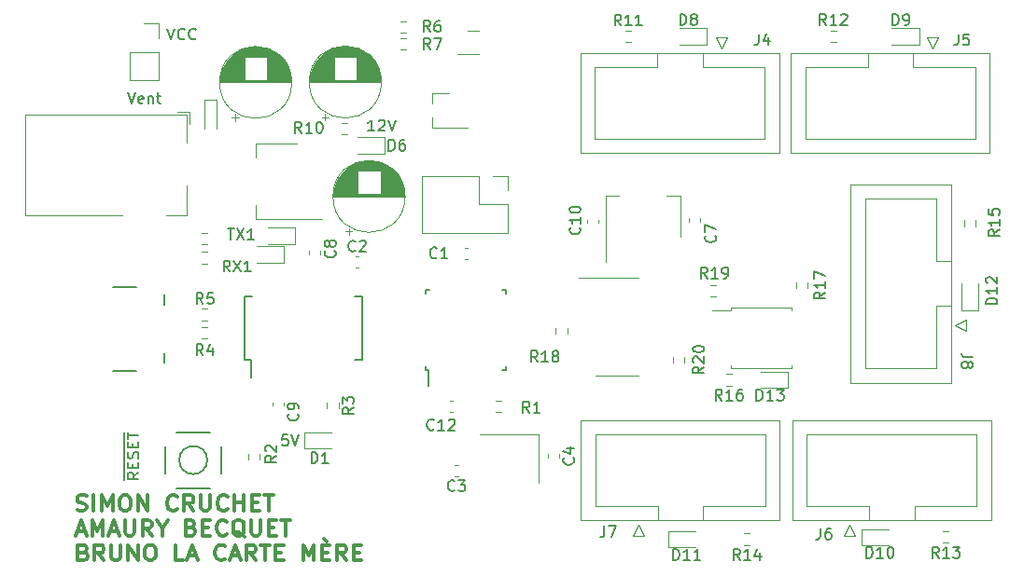
<source format=gbr>
%TF.GenerationSoftware,KiCad,Pcbnew,7.0.7*%
%TF.CreationDate,2023-10-17T21:46:05+02:00*%
%TF.ProjectId,Motherboard_pico,4d6f7468-6572-4626-9f61-72645f706963,rev?*%
%TF.SameCoordinates,Original*%
%TF.FileFunction,Legend,Top*%
%TF.FilePolarity,Positive*%
%FSLAX46Y46*%
G04 Gerber Fmt 4.6, Leading zero omitted, Abs format (unit mm)*
G04 Created by KiCad (PCBNEW 7.0.7) date 2023-10-17 21:46:05*
%MOMM*%
%LPD*%
G01*
G04 APERTURE LIST*
%ADD10C,0.150000*%
%ADD11C,0.350000*%
%ADD12C,0.120000*%
%ADD13C,0.203200*%
G04 APERTURE END LIST*
D10*
X203650180Y-115952493D02*
X202935895Y-115952493D01*
X202935895Y-115952493D02*
X202793038Y-115904874D01*
X202793038Y-115904874D02*
X202697800Y-115809636D01*
X202697800Y-115809636D02*
X202650180Y-115666779D01*
X202650180Y-115666779D02*
X202650180Y-115571541D01*
X203221609Y-116571541D02*
X203269228Y-116476303D01*
X203269228Y-116476303D02*
X203316847Y-116428684D01*
X203316847Y-116428684D02*
X203412085Y-116381065D01*
X203412085Y-116381065D02*
X203459704Y-116381065D01*
X203459704Y-116381065D02*
X203554942Y-116428684D01*
X203554942Y-116428684D02*
X203602561Y-116476303D01*
X203602561Y-116476303D02*
X203650180Y-116571541D01*
X203650180Y-116571541D02*
X203650180Y-116762017D01*
X203650180Y-116762017D02*
X203602561Y-116857255D01*
X203602561Y-116857255D02*
X203554942Y-116904874D01*
X203554942Y-116904874D02*
X203459704Y-116952493D01*
X203459704Y-116952493D02*
X203412085Y-116952493D01*
X203412085Y-116952493D02*
X203316847Y-116904874D01*
X203316847Y-116904874D02*
X203269228Y-116857255D01*
X203269228Y-116857255D02*
X203221609Y-116762017D01*
X203221609Y-116762017D02*
X203221609Y-116571541D01*
X203221609Y-116571541D02*
X203173990Y-116476303D01*
X203173990Y-116476303D02*
X203126371Y-116428684D01*
X203126371Y-116428684D02*
X203031133Y-116381065D01*
X203031133Y-116381065D02*
X202840657Y-116381065D01*
X202840657Y-116381065D02*
X202745419Y-116428684D01*
X202745419Y-116428684D02*
X202697800Y-116476303D01*
X202697800Y-116476303D02*
X202650180Y-116571541D01*
X202650180Y-116571541D02*
X202650180Y-116762017D01*
X202650180Y-116762017D02*
X202697800Y-116857255D01*
X202697800Y-116857255D02*
X202745419Y-116904874D01*
X202745419Y-116904874D02*
X202840657Y-116952493D01*
X202840657Y-116952493D02*
X203031133Y-116952493D01*
X203031133Y-116952493D02*
X203126371Y-116904874D01*
X203126371Y-116904874D02*
X203173990Y-116857255D01*
X203173990Y-116857255D02*
X203221609Y-116762017D01*
X149380588Y-95399819D02*
X148809160Y-95399819D01*
X149094874Y-95399819D02*
X149094874Y-94399819D01*
X149094874Y-94399819D02*
X148999636Y-94542676D01*
X148999636Y-94542676D02*
X148904398Y-94637914D01*
X148904398Y-94637914D02*
X148809160Y-94685533D01*
X149761541Y-94495057D02*
X149809160Y-94447438D01*
X149809160Y-94447438D02*
X149904398Y-94399819D01*
X149904398Y-94399819D02*
X150142493Y-94399819D01*
X150142493Y-94399819D02*
X150237731Y-94447438D01*
X150237731Y-94447438D02*
X150285350Y-94495057D01*
X150285350Y-94495057D02*
X150332969Y-94590295D01*
X150332969Y-94590295D02*
X150332969Y-94685533D01*
X150332969Y-94685533D02*
X150285350Y-94828390D01*
X150285350Y-94828390D02*
X149713922Y-95399819D01*
X149713922Y-95399819D02*
X150332969Y-95399819D01*
X150618684Y-94399819D02*
X150952017Y-95399819D01*
X150952017Y-95399819D02*
X151285350Y-94399819D01*
X141532969Y-122999819D02*
X141056779Y-122999819D01*
X141056779Y-122999819D02*
X141009160Y-123476009D01*
X141009160Y-123476009D02*
X141056779Y-123428390D01*
X141056779Y-123428390D02*
X141152017Y-123380771D01*
X141152017Y-123380771D02*
X141390112Y-123380771D01*
X141390112Y-123380771D02*
X141485350Y-123428390D01*
X141485350Y-123428390D02*
X141532969Y-123476009D01*
X141532969Y-123476009D02*
X141580588Y-123571247D01*
X141580588Y-123571247D02*
X141580588Y-123809342D01*
X141580588Y-123809342D02*
X141532969Y-123904580D01*
X141532969Y-123904580D02*
X141485350Y-123952200D01*
X141485350Y-123952200D02*
X141390112Y-123999819D01*
X141390112Y-123999819D02*
X141152017Y-123999819D01*
X141152017Y-123999819D02*
X141056779Y-123952200D01*
X141056779Y-123952200D02*
X141009160Y-123904580D01*
X141866303Y-122999819D02*
X142199636Y-123999819D01*
X142199636Y-123999819D02*
X142532969Y-122999819D01*
X127989819Y-126421792D02*
X127513628Y-126755125D01*
X127989819Y-126993220D02*
X126989819Y-126993220D01*
X126989819Y-126993220D02*
X126989819Y-126612268D01*
X126989819Y-126612268D02*
X127037438Y-126517030D01*
X127037438Y-126517030D02*
X127085057Y-126469411D01*
X127085057Y-126469411D02*
X127180295Y-126421792D01*
X127180295Y-126421792D02*
X127323152Y-126421792D01*
X127323152Y-126421792D02*
X127418390Y-126469411D01*
X127418390Y-126469411D02*
X127466009Y-126517030D01*
X127466009Y-126517030D02*
X127513628Y-126612268D01*
X127513628Y-126612268D02*
X127513628Y-126993220D01*
X127466009Y-125993220D02*
X127466009Y-125659887D01*
X127989819Y-125517030D02*
X127989819Y-125993220D01*
X127989819Y-125993220D02*
X126989819Y-125993220D01*
X126989819Y-125993220D02*
X126989819Y-125517030D01*
X127942200Y-125136077D02*
X127989819Y-124993220D01*
X127989819Y-124993220D02*
X127989819Y-124755125D01*
X127989819Y-124755125D02*
X127942200Y-124659887D01*
X127942200Y-124659887D02*
X127894580Y-124612268D01*
X127894580Y-124612268D02*
X127799342Y-124564649D01*
X127799342Y-124564649D02*
X127704104Y-124564649D01*
X127704104Y-124564649D02*
X127608866Y-124612268D01*
X127608866Y-124612268D02*
X127561247Y-124659887D01*
X127561247Y-124659887D02*
X127513628Y-124755125D01*
X127513628Y-124755125D02*
X127466009Y-124945601D01*
X127466009Y-124945601D02*
X127418390Y-125040839D01*
X127418390Y-125040839D02*
X127370771Y-125088458D01*
X127370771Y-125088458D02*
X127275533Y-125136077D01*
X127275533Y-125136077D02*
X127180295Y-125136077D01*
X127180295Y-125136077D02*
X127085057Y-125088458D01*
X127085057Y-125088458D02*
X127037438Y-125040839D01*
X127037438Y-125040839D02*
X126989819Y-124945601D01*
X126989819Y-124945601D02*
X126989819Y-124707506D01*
X126989819Y-124707506D02*
X127037438Y-124564649D01*
X127466009Y-124136077D02*
X127466009Y-123802744D01*
X127989819Y-123659887D02*
X127989819Y-124136077D01*
X127989819Y-124136077D02*
X126989819Y-124136077D01*
X126989819Y-124136077D02*
X126989819Y-123659887D01*
X126989819Y-123374172D02*
X126989819Y-122802744D01*
X127989819Y-123088458D02*
X126989819Y-123088458D01*
X126712200Y-127131316D02*
X126712200Y-122807506D01*
X127013922Y-91899819D02*
X127347255Y-92899819D01*
X127347255Y-92899819D02*
X127680588Y-91899819D01*
X128394874Y-92852200D02*
X128299636Y-92899819D01*
X128299636Y-92899819D02*
X128109160Y-92899819D01*
X128109160Y-92899819D02*
X128013922Y-92852200D01*
X128013922Y-92852200D02*
X127966303Y-92756961D01*
X127966303Y-92756961D02*
X127966303Y-92376009D01*
X127966303Y-92376009D02*
X128013922Y-92280771D01*
X128013922Y-92280771D02*
X128109160Y-92233152D01*
X128109160Y-92233152D02*
X128299636Y-92233152D01*
X128299636Y-92233152D02*
X128394874Y-92280771D01*
X128394874Y-92280771D02*
X128442493Y-92376009D01*
X128442493Y-92376009D02*
X128442493Y-92471247D01*
X128442493Y-92471247D02*
X127966303Y-92566485D01*
X128871065Y-92233152D02*
X128871065Y-92899819D01*
X128871065Y-92328390D02*
X128918684Y-92280771D01*
X128918684Y-92280771D02*
X129013922Y-92233152D01*
X129013922Y-92233152D02*
X129156779Y-92233152D01*
X129156779Y-92233152D02*
X129252017Y-92280771D01*
X129252017Y-92280771D02*
X129299636Y-92376009D01*
X129299636Y-92376009D02*
X129299636Y-92899819D01*
X129632970Y-92233152D02*
X130013922Y-92233152D01*
X129775827Y-91899819D02*
X129775827Y-92756961D01*
X129775827Y-92756961D02*
X129823446Y-92852200D01*
X129823446Y-92852200D02*
X129918684Y-92899819D01*
X129918684Y-92899819D02*
X130013922Y-92899819D01*
X130613922Y-86099819D02*
X130947255Y-87099819D01*
X130947255Y-87099819D02*
X131280588Y-86099819D01*
X132185350Y-87004580D02*
X132137731Y-87052200D01*
X132137731Y-87052200D02*
X131994874Y-87099819D01*
X131994874Y-87099819D02*
X131899636Y-87099819D01*
X131899636Y-87099819D02*
X131756779Y-87052200D01*
X131756779Y-87052200D02*
X131661541Y-86956961D01*
X131661541Y-86956961D02*
X131613922Y-86861723D01*
X131613922Y-86861723D02*
X131566303Y-86671247D01*
X131566303Y-86671247D02*
X131566303Y-86528390D01*
X131566303Y-86528390D02*
X131613922Y-86337914D01*
X131613922Y-86337914D02*
X131661541Y-86242676D01*
X131661541Y-86242676D02*
X131756779Y-86147438D01*
X131756779Y-86147438D02*
X131899636Y-86099819D01*
X131899636Y-86099819D02*
X131994874Y-86099819D01*
X131994874Y-86099819D02*
X132137731Y-86147438D01*
X132137731Y-86147438D02*
X132185350Y-86195057D01*
X133185350Y-87004580D02*
X133137731Y-87052200D01*
X133137731Y-87052200D02*
X132994874Y-87099819D01*
X132994874Y-87099819D02*
X132899636Y-87099819D01*
X132899636Y-87099819D02*
X132756779Y-87052200D01*
X132756779Y-87052200D02*
X132661541Y-86956961D01*
X132661541Y-86956961D02*
X132613922Y-86861723D01*
X132613922Y-86861723D02*
X132566303Y-86671247D01*
X132566303Y-86671247D02*
X132566303Y-86528390D01*
X132566303Y-86528390D02*
X132613922Y-86337914D01*
X132613922Y-86337914D02*
X132661541Y-86242676D01*
X132661541Y-86242676D02*
X132756779Y-86147438D01*
X132756779Y-86147438D02*
X132899636Y-86099819D01*
X132899636Y-86099819D02*
X132994874Y-86099819D01*
X132994874Y-86099819D02*
X133137731Y-86147438D01*
X133137731Y-86147438D02*
X133185350Y-86195057D01*
D11*
X122415977Y-129835800D02*
X122630263Y-129902466D01*
X122630263Y-129902466D02*
X122987405Y-129902466D01*
X122987405Y-129902466D02*
X123130263Y-129835800D01*
X123130263Y-129835800D02*
X123201691Y-129769133D01*
X123201691Y-129769133D02*
X123273120Y-129635800D01*
X123273120Y-129635800D02*
X123273120Y-129502466D01*
X123273120Y-129502466D02*
X123201691Y-129369133D01*
X123201691Y-129369133D02*
X123130263Y-129302466D01*
X123130263Y-129302466D02*
X122987405Y-129235800D01*
X122987405Y-129235800D02*
X122701691Y-129169133D01*
X122701691Y-129169133D02*
X122558834Y-129102466D01*
X122558834Y-129102466D02*
X122487405Y-129035800D01*
X122487405Y-129035800D02*
X122415977Y-128902466D01*
X122415977Y-128902466D02*
X122415977Y-128769133D01*
X122415977Y-128769133D02*
X122487405Y-128635800D01*
X122487405Y-128635800D02*
X122558834Y-128569133D01*
X122558834Y-128569133D02*
X122701691Y-128502466D01*
X122701691Y-128502466D02*
X123058834Y-128502466D01*
X123058834Y-128502466D02*
X123273120Y-128569133D01*
X123915976Y-129902466D02*
X123915976Y-128502466D01*
X124630262Y-129902466D02*
X124630262Y-128502466D01*
X124630262Y-128502466D02*
X125130262Y-129502466D01*
X125130262Y-129502466D02*
X125630262Y-128502466D01*
X125630262Y-128502466D02*
X125630262Y-129902466D01*
X126630263Y-128502466D02*
X126915977Y-128502466D01*
X126915977Y-128502466D02*
X127058834Y-128569133D01*
X127058834Y-128569133D02*
X127201691Y-128702466D01*
X127201691Y-128702466D02*
X127273120Y-128969133D01*
X127273120Y-128969133D02*
X127273120Y-129435800D01*
X127273120Y-129435800D02*
X127201691Y-129702466D01*
X127201691Y-129702466D02*
X127058834Y-129835800D01*
X127058834Y-129835800D02*
X126915977Y-129902466D01*
X126915977Y-129902466D02*
X126630263Y-129902466D01*
X126630263Y-129902466D02*
X126487406Y-129835800D01*
X126487406Y-129835800D02*
X126344548Y-129702466D01*
X126344548Y-129702466D02*
X126273120Y-129435800D01*
X126273120Y-129435800D02*
X126273120Y-128969133D01*
X126273120Y-128969133D02*
X126344548Y-128702466D01*
X126344548Y-128702466D02*
X126487406Y-128569133D01*
X126487406Y-128569133D02*
X126630263Y-128502466D01*
X127915977Y-129902466D02*
X127915977Y-128502466D01*
X127915977Y-128502466D02*
X128773120Y-129902466D01*
X128773120Y-129902466D02*
X128773120Y-128502466D01*
X131487406Y-129769133D02*
X131415978Y-129835800D01*
X131415978Y-129835800D02*
X131201692Y-129902466D01*
X131201692Y-129902466D02*
X131058835Y-129902466D01*
X131058835Y-129902466D02*
X130844549Y-129835800D01*
X130844549Y-129835800D02*
X130701692Y-129702466D01*
X130701692Y-129702466D02*
X130630263Y-129569133D01*
X130630263Y-129569133D02*
X130558835Y-129302466D01*
X130558835Y-129302466D02*
X130558835Y-129102466D01*
X130558835Y-129102466D02*
X130630263Y-128835800D01*
X130630263Y-128835800D02*
X130701692Y-128702466D01*
X130701692Y-128702466D02*
X130844549Y-128569133D01*
X130844549Y-128569133D02*
X131058835Y-128502466D01*
X131058835Y-128502466D02*
X131201692Y-128502466D01*
X131201692Y-128502466D02*
X131415978Y-128569133D01*
X131415978Y-128569133D02*
X131487406Y-128635800D01*
X132987406Y-129902466D02*
X132487406Y-129235800D01*
X132130263Y-129902466D02*
X132130263Y-128502466D01*
X132130263Y-128502466D02*
X132701692Y-128502466D01*
X132701692Y-128502466D02*
X132844549Y-128569133D01*
X132844549Y-128569133D02*
X132915978Y-128635800D01*
X132915978Y-128635800D02*
X132987406Y-128769133D01*
X132987406Y-128769133D02*
X132987406Y-128969133D01*
X132987406Y-128969133D02*
X132915978Y-129102466D01*
X132915978Y-129102466D02*
X132844549Y-129169133D01*
X132844549Y-129169133D02*
X132701692Y-129235800D01*
X132701692Y-129235800D02*
X132130263Y-129235800D01*
X133630263Y-128502466D02*
X133630263Y-129635800D01*
X133630263Y-129635800D02*
X133701692Y-129769133D01*
X133701692Y-129769133D02*
X133773121Y-129835800D01*
X133773121Y-129835800D02*
X133915978Y-129902466D01*
X133915978Y-129902466D02*
X134201692Y-129902466D01*
X134201692Y-129902466D02*
X134344549Y-129835800D01*
X134344549Y-129835800D02*
X134415978Y-129769133D01*
X134415978Y-129769133D02*
X134487406Y-129635800D01*
X134487406Y-129635800D02*
X134487406Y-128502466D01*
X136058835Y-129769133D02*
X135987407Y-129835800D01*
X135987407Y-129835800D02*
X135773121Y-129902466D01*
X135773121Y-129902466D02*
X135630264Y-129902466D01*
X135630264Y-129902466D02*
X135415978Y-129835800D01*
X135415978Y-129835800D02*
X135273121Y-129702466D01*
X135273121Y-129702466D02*
X135201692Y-129569133D01*
X135201692Y-129569133D02*
X135130264Y-129302466D01*
X135130264Y-129302466D02*
X135130264Y-129102466D01*
X135130264Y-129102466D02*
X135201692Y-128835800D01*
X135201692Y-128835800D02*
X135273121Y-128702466D01*
X135273121Y-128702466D02*
X135415978Y-128569133D01*
X135415978Y-128569133D02*
X135630264Y-128502466D01*
X135630264Y-128502466D02*
X135773121Y-128502466D01*
X135773121Y-128502466D02*
X135987407Y-128569133D01*
X135987407Y-128569133D02*
X136058835Y-128635800D01*
X136701692Y-129902466D02*
X136701692Y-128502466D01*
X136701692Y-129169133D02*
X137558835Y-129169133D01*
X137558835Y-129902466D02*
X137558835Y-128502466D01*
X138273121Y-129169133D02*
X138773121Y-129169133D01*
X138987407Y-129902466D02*
X138273121Y-129902466D01*
X138273121Y-129902466D02*
X138273121Y-128502466D01*
X138273121Y-128502466D02*
X138987407Y-128502466D01*
X139415979Y-128502466D02*
X140273122Y-128502466D01*
X139844550Y-129902466D02*
X139844550Y-128502466D01*
X122415977Y-131756466D02*
X123130263Y-131756466D01*
X122273120Y-132156466D02*
X122773120Y-130756466D01*
X122773120Y-130756466D02*
X123273120Y-132156466D01*
X123773119Y-132156466D02*
X123773119Y-130756466D01*
X123773119Y-130756466D02*
X124273119Y-131756466D01*
X124273119Y-131756466D02*
X124773119Y-130756466D01*
X124773119Y-130756466D02*
X124773119Y-132156466D01*
X125415977Y-131756466D02*
X126130263Y-131756466D01*
X125273120Y-132156466D02*
X125773120Y-130756466D01*
X125773120Y-130756466D02*
X126273120Y-132156466D01*
X126773119Y-130756466D02*
X126773119Y-131889800D01*
X126773119Y-131889800D02*
X126844548Y-132023133D01*
X126844548Y-132023133D02*
X126915977Y-132089800D01*
X126915977Y-132089800D02*
X127058834Y-132156466D01*
X127058834Y-132156466D02*
X127344548Y-132156466D01*
X127344548Y-132156466D02*
X127487405Y-132089800D01*
X127487405Y-132089800D02*
X127558834Y-132023133D01*
X127558834Y-132023133D02*
X127630262Y-131889800D01*
X127630262Y-131889800D02*
X127630262Y-130756466D01*
X129201691Y-132156466D02*
X128701691Y-131489800D01*
X128344548Y-132156466D02*
X128344548Y-130756466D01*
X128344548Y-130756466D02*
X128915977Y-130756466D01*
X128915977Y-130756466D02*
X129058834Y-130823133D01*
X129058834Y-130823133D02*
X129130263Y-130889800D01*
X129130263Y-130889800D02*
X129201691Y-131023133D01*
X129201691Y-131023133D02*
X129201691Y-131223133D01*
X129201691Y-131223133D02*
X129130263Y-131356466D01*
X129130263Y-131356466D02*
X129058834Y-131423133D01*
X129058834Y-131423133D02*
X128915977Y-131489800D01*
X128915977Y-131489800D02*
X128344548Y-131489800D01*
X130130263Y-131489800D02*
X130130263Y-132156466D01*
X129630263Y-130756466D02*
X130130263Y-131489800D01*
X130130263Y-131489800D02*
X130630263Y-130756466D01*
X132773119Y-131423133D02*
X132987405Y-131489800D01*
X132987405Y-131489800D02*
X133058834Y-131556466D01*
X133058834Y-131556466D02*
X133130262Y-131689800D01*
X133130262Y-131689800D02*
X133130262Y-131889800D01*
X133130262Y-131889800D02*
X133058834Y-132023133D01*
X133058834Y-132023133D02*
X132987405Y-132089800D01*
X132987405Y-132089800D02*
X132844548Y-132156466D01*
X132844548Y-132156466D02*
X132273119Y-132156466D01*
X132273119Y-132156466D02*
X132273119Y-130756466D01*
X132273119Y-130756466D02*
X132773119Y-130756466D01*
X132773119Y-130756466D02*
X132915977Y-130823133D01*
X132915977Y-130823133D02*
X132987405Y-130889800D01*
X132987405Y-130889800D02*
X133058834Y-131023133D01*
X133058834Y-131023133D02*
X133058834Y-131156466D01*
X133058834Y-131156466D02*
X132987405Y-131289800D01*
X132987405Y-131289800D02*
X132915977Y-131356466D01*
X132915977Y-131356466D02*
X132773119Y-131423133D01*
X132773119Y-131423133D02*
X132273119Y-131423133D01*
X133773119Y-131423133D02*
X134273119Y-131423133D01*
X134487405Y-132156466D02*
X133773119Y-132156466D01*
X133773119Y-132156466D02*
X133773119Y-130756466D01*
X133773119Y-130756466D02*
X134487405Y-130756466D01*
X135987405Y-132023133D02*
X135915977Y-132089800D01*
X135915977Y-132089800D02*
X135701691Y-132156466D01*
X135701691Y-132156466D02*
X135558834Y-132156466D01*
X135558834Y-132156466D02*
X135344548Y-132089800D01*
X135344548Y-132089800D02*
X135201691Y-131956466D01*
X135201691Y-131956466D02*
X135130262Y-131823133D01*
X135130262Y-131823133D02*
X135058834Y-131556466D01*
X135058834Y-131556466D02*
X135058834Y-131356466D01*
X135058834Y-131356466D02*
X135130262Y-131089800D01*
X135130262Y-131089800D02*
X135201691Y-130956466D01*
X135201691Y-130956466D02*
X135344548Y-130823133D01*
X135344548Y-130823133D02*
X135558834Y-130756466D01*
X135558834Y-130756466D02*
X135701691Y-130756466D01*
X135701691Y-130756466D02*
X135915977Y-130823133D01*
X135915977Y-130823133D02*
X135987405Y-130889800D01*
X137630262Y-132289800D02*
X137487405Y-132223133D01*
X137487405Y-132223133D02*
X137344548Y-132089800D01*
X137344548Y-132089800D02*
X137130262Y-131889800D01*
X137130262Y-131889800D02*
X136987405Y-131823133D01*
X136987405Y-131823133D02*
X136844548Y-131823133D01*
X136915977Y-132156466D02*
X136773120Y-132089800D01*
X136773120Y-132089800D02*
X136630262Y-131956466D01*
X136630262Y-131956466D02*
X136558834Y-131689800D01*
X136558834Y-131689800D02*
X136558834Y-131223133D01*
X136558834Y-131223133D02*
X136630262Y-130956466D01*
X136630262Y-130956466D02*
X136773120Y-130823133D01*
X136773120Y-130823133D02*
X136915977Y-130756466D01*
X136915977Y-130756466D02*
X137201691Y-130756466D01*
X137201691Y-130756466D02*
X137344548Y-130823133D01*
X137344548Y-130823133D02*
X137487405Y-130956466D01*
X137487405Y-130956466D02*
X137558834Y-131223133D01*
X137558834Y-131223133D02*
X137558834Y-131689800D01*
X137558834Y-131689800D02*
X137487405Y-131956466D01*
X137487405Y-131956466D02*
X137344548Y-132089800D01*
X137344548Y-132089800D02*
X137201691Y-132156466D01*
X137201691Y-132156466D02*
X136915977Y-132156466D01*
X138201691Y-130756466D02*
X138201691Y-131889800D01*
X138201691Y-131889800D02*
X138273120Y-132023133D01*
X138273120Y-132023133D02*
X138344549Y-132089800D01*
X138344549Y-132089800D02*
X138487406Y-132156466D01*
X138487406Y-132156466D02*
X138773120Y-132156466D01*
X138773120Y-132156466D02*
X138915977Y-132089800D01*
X138915977Y-132089800D02*
X138987406Y-132023133D01*
X138987406Y-132023133D02*
X139058834Y-131889800D01*
X139058834Y-131889800D02*
X139058834Y-130756466D01*
X139773120Y-131423133D02*
X140273120Y-131423133D01*
X140487406Y-132156466D02*
X139773120Y-132156466D01*
X139773120Y-132156466D02*
X139773120Y-130756466D01*
X139773120Y-130756466D02*
X140487406Y-130756466D01*
X140915978Y-130756466D02*
X141773121Y-130756466D01*
X141344549Y-132156466D02*
X141344549Y-130756466D01*
X122987405Y-133677133D02*
X123201691Y-133743800D01*
X123201691Y-133743800D02*
X123273120Y-133810466D01*
X123273120Y-133810466D02*
X123344548Y-133943800D01*
X123344548Y-133943800D02*
X123344548Y-134143800D01*
X123344548Y-134143800D02*
X123273120Y-134277133D01*
X123273120Y-134277133D02*
X123201691Y-134343800D01*
X123201691Y-134343800D02*
X123058834Y-134410466D01*
X123058834Y-134410466D02*
X122487405Y-134410466D01*
X122487405Y-134410466D02*
X122487405Y-133010466D01*
X122487405Y-133010466D02*
X122987405Y-133010466D01*
X122987405Y-133010466D02*
X123130263Y-133077133D01*
X123130263Y-133077133D02*
X123201691Y-133143800D01*
X123201691Y-133143800D02*
X123273120Y-133277133D01*
X123273120Y-133277133D02*
X123273120Y-133410466D01*
X123273120Y-133410466D02*
X123201691Y-133543800D01*
X123201691Y-133543800D02*
X123130263Y-133610466D01*
X123130263Y-133610466D02*
X122987405Y-133677133D01*
X122987405Y-133677133D02*
X122487405Y-133677133D01*
X124844548Y-134410466D02*
X124344548Y-133743800D01*
X123987405Y-134410466D02*
X123987405Y-133010466D01*
X123987405Y-133010466D02*
X124558834Y-133010466D01*
X124558834Y-133010466D02*
X124701691Y-133077133D01*
X124701691Y-133077133D02*
X124773120Y-133143800D01*
X124773120Y-133143800D02*
X124844548Y-133277133D01*
X124844548Y-133277133D02*
X124844548Y-133477133D01*
X124844548Y-133477133D02*
X124773120Y-133610466D01*
X124773120Y-133610466D02*
X124701691Y-133677133D01*
X124701691Y-133677133D02*
X124558834Y-133743800D01*
X124558834Y-133743800D02*
X123987405Y-133743800D01*
X125487405Y-133010466D02*
X125487405Y-134143800D01*
X125487405Y-134143800D02*
X125558834Y-134277133D01*
X125558834Y-134277133D02*
X125630263Y-134343800D01*
X125630263Y-134343800D02*
X125773120Y-134410466D01*
X125773120Y-134410466D02*
X126058834Y-134410466D01*
X126058834Y-134410466D02*
X126201691Y-134343800D01*
X126201691Y-134343800D02*
X126273120Y-134277133D01*
X126273120Y-134277133D02*
X126344548Y-134143800D01*
X126344548Y-134143800D02*
X126344548Y-133010466D01*
X127058834Y-134410466D02*
X127058834Y-133010466D01*
X127058834Y-133010466D02*
X127915977Y-134410466D01*
X127915977Y-134410466D02*
X127915977Y-133010466D01*
X128915978Y-133010466D02*
X129201692Y-133010466D01*
X129201692Y-133010466D02*
X129344549Y-133077133D01*
X129344549Y-133077133D02*
X129487406Y-133210466D01*
X129487406Y-133210466D02*
X129558835Y-133477133D01*
X129558835Y-133477133D02*
X129558835Y-133943800D01*
X129558835Y-133943800D02*
X129487406Y-134210466D01*
X129487406Y-134210466D02*
X129344549Y-134343800D01*
X129344549Y-134343800D02*
X129201692Y-134410466D01*
X129201692Y-134410466D02*
X128915978Y-134410466D01*
X128915978Y-134410466D02*
X128773121Y-134343800D01*
X128773121Y-134343800D02*
X128630263Y-134210466D01*
X128630263Y-134210466D02*
X128558835Y-133943800D01*
X128558835Y-133943800D02*
X128558835Y-133477133D01*
X128558835Y-133477133D02*
X128630263Y-133210466D01*
X128630263Y-133210466D02*
X128773121Y-133077133D01*
X128773121Y-133077133D02*
X128915978Y-133010466D01*
X132058835Y-134410466D02*
X131344549Y-134410466D01*
X131344549Y-134410466D02*
X131344549Y-133010466D01*
X132487407Y-134010466D02*
X133201693Y-134010466D01*
X132344550Y-134410466D02*
X132844550Y-133010466D01*
X132844550Y-133010466D02*
X133344550Y-134410466D01*
X135844549Y-134277133D02*
X135773121Y-134343800D01*
X135773121Y-134343800D02*
X135558835Y-134410466D01*
X135558835Y-134410466D02*
X135415978Y-134410466D01*
X135415978Y-134410466D02*
X135201692Y-134343800D01*
X135201692Y-134343800D02*
X135058835Y-134210466D01*
X135058835Y-134210466D02*
X134987406Y-134077133D01*
X134987406Y-134077133D02*
X134915978Y-133810466D01*
X134915978Y-133810466D02*
X134915978Y-133610466D01*
X134915978Y-133610466D02*
X134987406Y-133343800D01*
X134987406Y-133343800D02*
X135058835Y-133210466D01*
X135058835Y-133210466D02*
X135201692Y-133077133D01*
X135201692Y-133077133D02*
X135415978Y-133010466D01*
X135415978Y-133010466D02*
X135558835Y-133010466D01*
X135558835Y-133010466D02*
X135773121Y-133077133D01*
X135773121Y-133077133D02*
X135844549Y-133143800D01*
X136415978Y-134010466D02*
X137130264Y-134010466D01*
X136273121Y-134410466D02*
X136773121Y-133010466D01*
X136773121Y-133010466D02*
X137273121Y-134410466D01*
X138630263Y-134410466D02*
X138130263Y-133743800D01*
X137773120Y-134410466D02*
X137773120Y-133010466D01*
X137773120Y-133010466D02*
X138344549Y-133010466D01*
X138344549Y-133010466D02*
X138487406Y-133077133D01*
X138487406Y-133077133D02*
X138558835Y-133143800D01*
X138558835Y-133143800D02*
X138630263Y-133277133D01*
X138630263Y-133277133D02*
X138630263Y-133477133D01*
X138630263Y-133477133D02*
X138558835Y-133610466D01*
X138558835Y-133610466D02*
X138487406Y-133677133D01*
X138487406Y-133677133D02*
X138344549Y-133743800D01*
X138344549Y-133743800D02*
X137773120Y-133743800D01*
X139058835Y-133010466D02*
X139915978Y-133010466D01*
X139487406Y-134410466D02*
X139487406Y-133010466D01*
X140415977Y-133677133D02*
X140915977Y-133677133D01*
X141130263Y-134410466D02*
X140415977Y-134410466D01*
X140415977Y-134410466D02*
X140415977Y-133010466D01*
X140415977Y-133010466D02*
X141130263Y-133010466D01*
X142915977Y-134410466D02*
X142915977Y-133010466D01*
X142915977Y-133010466D02*
X143415977Y-134010466D01*
X143415977Y-134010466D02*
X143915977Y-133010466D01*
X143915977Y-133010466D02*
X143915977Y-134410466D01*
X144630263Y-133677133D02*
X145130263Y-133677133D01*
X145344549Y-134410466D02*
X144630263Y-134410466D01*
X144630263Y-134410466D02*
X144630263Y-133010466D01*
X144630263Y-133010466D02*
X145344549Y-133010466D01*
X144844549Y-132477133D02*
X145058835Y-132677133D01*
X146844549Y-134410466D02*
X146344549Y-133743800D01*
X145987406Y-134410466D02*
X145987406Y-133010466D01*
X145987406Y-133010466D02*
X146558835Y-133010466D01*
X146558835Y-133010466D02*
X146701692Y-133077133D01*
X146701692Y-133077133D02*
X146773121Y-133143800D01*
X146773121Y-133143800D02*
X146844549Y-133277133D01*
X146844549Y-133277133D02*
X146844549Y-133477133D01*
X146844549Y-133477133D02*
X146773121Y-133610466D01*
X146773121Y-133610466D02*
X146701692Y-133677133D01*
X146701692Y-133677133D02*
X146558835Y-133743800D01*
X146558835Y-133743800D02*
X145987406Y-133743800D01*
X147487406Y-133677133D02*
X147987406Y-133677133D01*
X148201692Y-134410466D02*
X147487406Y-134410466D01*
X147487406Y-134410466D02*
X147487406Y-133010466D01*
X147487406Y-133010466D02*
X148201692Y-133010466D01*
D10*
X170242493Y-131299819D02*
X170242493Y-132014104D01*
X170242493Y-132014104D02*
X170194874Y-132156961D01*
X170194874Y-132156961D02*
X170099636Y-132252200D01*
X170099636Y-132252200D02*
X169956779Y-132299819D01*
X169956779Y-132299819D02*
X169861541Y-132299819D01*
X170623446Y-131299819D02*
X171290112Y-131299819D01*
X171290112Y-131299819D02*
X170861541Y-132299819D01*
X202342493Y-86599819D02*
X202342493Y-87314104D01*
X202342493Y-87314104D02*
X202294874Y-87456961D01*
X202294874Y-87456961D02*
X202199636Y-87552200D01*
X202199636Y-87552200D02*
X202056779Y-87599819D01*
X202056779Y-87599819D02*
X201961541Y-87599819D01*
X203294874Y-86599819D02*
X202818684Y-86599819D01*
X202818684Y-86599819D02*
X202771065Y-87076009D01*
X202771065Y-87076009D02*
X202818684Y-87028390D01*
X202818684Y-87028390D02*
X202913922Y-86980771D01*
X202913922Y-86980771D02*
X203152017Y-86980771D01*
X203152017Y-86980771D02*
X203247255Y-87028390D01*
X203247255Y-87028390D02*
X203294874Y-87076009D01*
X203294874Y-87076009D02*
X203342493Y-87171247D01*
X203342493Y-87171247D02*
X203342493Y-87409342D01*
X203342493Y-87409342D02*
X203294874Y-87504580D01*
X203294874Y-87504580D02*
X203247255Y-87552200D01*
X203247255Y-87552200D02*
X203152017Y-87599819D01*
X203152017Y-87599819D02*
X202913922Y-87599819D01*
X202913922Y-87599819D02*
X202818684Y-87552200D01*
X202818684Y-87552200D02*
X202771065Y-87504580D01*
X184242493Y-86599819D02*
X184242493Y-87314104D01*
X184242493Y-87314104D02*
X184194874Y-87456961D01*
X184194874Y-87456961D02*
X184099636Y-87552200D01*
X184099636Y-87552200D02*
X183956779Y-87599819D01*
X183956779Y-87599819D02*
X183861541Y-87599819D01*
X185147255Y-86933152D02*
X185147255Y-87599819D01*
X184909160Y-86552200D02*
X184671065Y-87266485D01*
X184671065Y-87266485D02*
X185290112Y-87266485D01*
X189842493Y-131499819D02*
X189842493Y-132214104D01*
X189842493Y-132214104D02*
X189794874Y-132356961D01*
X189794874Y-132356961D02*
X189699636Y-132452200D01*
X189699636Y-132452200D02*
X189556779Y-132499819D01*
X189556779Y-132499819D02*
X189461541Y-132499819D01*
X190747255Y-131499819D02*
X190556779Y-131499819D01*
X190556779Y-131499819D02*
X190461541Y-131547438D01*
X190461541Y-131547438D02*
X190413922Y-131595057D01*
X190413922Y-131595057D02*
X190318684Y-131737914D01*
X190318684Y-131737914D02*
X190271065Y-131928390D01*
X190271065Y-131928390D02*
X190271065Y-132309342D01*
X190271065Y-132309342D02*
X190318684Y-132404580D01*
X190318684Y-132404580D02*
X190366303Y-132452200D01*
X190366303Y-132452200D02*
X190461541Y-132499819D01*
X190461541Y-132499819D02*
X190652017Y-132499819D01*
X190652017Y-132499819D02*
X190747255Y-132452200D01*
X190747255Y-132452200D02*
X190794874Y-132404580D01*
X190794874Y-132404580D02*
X190842493Y-132309342D01*
X190842493Y-132309342D02*
X190842493Y-132071247D01*
X190842493Y-132071247D02*
X190794874Y-131976009D01*
X190794874Y-131976009D02*
X190747255Y-131928390D01*
X190747255Y-131928390D02*
X190652017Y-131880771D01*
X190652017Y-131880771D02*
X190461541Y-131880771D01*
X190461541Y-131880771D02*
X190366303Y-131928390D01*
X190366303Y-131928390D02*
X190318684Y-131976009D01*
X190318684Y-131976009D02*
X190271065Y-132071247D01*
X154453333Y-87984819D02*
X154120000Y-87508628D01*
X153881905Y-87984819D02*
X153881905Y-86984819D01*
X153881905Y-86984819D02*
X154262857Y-86984819D01*
X154262857Y-86984819D02*
X154358095Y-87032438D01*
X154358095Y-87032438D02*
X154405714Y-87080057D01*
X154405714Y-87080057D02*
X154453333Y-87175295D01*
X154453333Y-87175295D02*
X154453333Y-87318152D01*
X154453333Y-87318152D02*
X154405714Y-87413390D01*
X154405714Y-87413390D02*
X154358095Y-87461009D01*
X154358095Y-87461009D02*
X154262857Y-87508628D01*
X154262857Y-87508628D02*
X153881905Y-87508628D01*
X154786667Y-86984819D02*
X155453333Y-86984819D01*
X155453333Y-86984819D02*
X155024762Y-87984819D01*
X171757142Y-85824819D02*
X171423809Y-85348628D01*
X171185714Y-85824819D02*
X171185714Y-84824819D01*
X171185714Y-84824819D02*
X171566666Y-84824819D01*
X171566666Y-84824819D02*
X171661904Y-84872438D01*
X171661904Y-84872438D02*
X171709523Y-84920057D01*
X171709523Y-84920057D02*
X171757142Y-85015295D01*
X171757142Y-85015295D02*
X171757142Y-85158152D01*
X171757142Y-85158152D02*
X171709523Y-85253390D01*
X171709523Y-85253390D02*
X171661904Y-85301009D01*
X171661904Y-85301009D02*
X171566666Y-85348628D01*
X171566666Y-85348628D02*
X171185714Y-85348628D01*
X172709523Y-85824819D02*
X172138095Y-85824819D01*
X172423809Y-85824819D02*
X172423809Y-84824819D01*
X172423809Y-84824819D02*
X172328571Y-84967676D01*
X172328571Y-84967676D02*
X172233333Y-85062914D01*
X172233333Y-85062914D02*
X172138095Y-85110533D01*
X173661904Y-85824819D02*
X173090476Y-85824819D01*
X173376190Y-85824819D02*
X173376190Y-84824819D01*
X173376190Y-84824819D02*
X173280952Y-84967676D01*
X173280952Y-84967676D02*
X173185714Y-85062914D01*
X173185714Y-85062914D02*
X173090476Y-85110533D01*
X136277142Y-108184819D02*
X135943809Y-107708628D01*
X135705714Y-108184819D02*
X135705714Y-107184819D01*
X135705714Y-107184819D02*
X136086666Y-107184819D01*
X136086666Y-107184819D02*
X136181904Y-107232438D01*
X136181904Y-107232438D02*
X136229523Y-107280057D01*
X136229523Y-107280057D02*
X136277142Y-107375295D01*
X136277142Y-107375295D02*
X136277142Y-107518152D01*
X136277142Y-107518152D02*
X136229523Y-107613390D01*
X136229523Y-107613390D02*
X136181904Y-107661009D01*
X136181904Y-107661009D02*
X136086666Y-107708628D01*
X136086666Y-107708628D02*
X135705714Y-107708628D01*
X136610476Y-107184819D02*
X137277142Y-108184819D01*
X137277142Y-107184819D02*
X136610476Y-108184819D01*
X138181904Y-108184819D02*
X137610476Y-108184819D01*
X137896190Y-108184819D02*
X137896190Y-107184819D01*
X137896190Y-107184819D02*
X137800952Y-107327676D01*
X137800952Y-107327676D02*
X137705714Y-107422914D01*
X137705714Y-107422914D02*
X137610476Y-107470533D01*
X167409580Y-125096666D02*
X167457200Y-125144285D01*
X167457200Y-125144285D02*
X167504819Y-125287142D01*
X167504819Y-125287142D02*
X167504819Y-125382380D01*
X167504819Y-125382380D02*
X167457200Y-125525237D01*
X167457200Y-125525237D02*
X167361961Y-125620475D01*
X167361961Y-125620475D02*
X167266723Y-125668094D01*
X167266723Y-125668094D02*
X167076247Y-125715713D01*
X167076247Y-125715713D02*
X166933390Y-125715713D01*
X166933390Y-125715713D02*
X166742914Y-125668094D01*
X166742914Y-125668094D02*
X166647676Y-125620475D01*
X166647676Y-125620475D02*
X166552438Y-125525237D01*
X166552438Y-125525237D02*
X166504819Y-125382380D01*
X166504819Y-125382380D02*
X166504819Y-125287142D01*
X166504819Y-125287142D02*
X166552438Y-125144285D01*
X166552438Y-125144285D02*
X166600057Y-125096666D01*
X166838152Y-124239523D02*
X167504819Y-124239523D01*
X166457200Y-124477618D02*
X167171485Y-124715713D01*
X167171485Y-124715713D02*
X167171485Y-124096666D01*
X140474819Y-124896666D02*
X139998628Y-125229999D01*
X140474819Y-125468094D02*
X139474819Y-125468094D01*
X139474819Y-125468094D02*
X139474819Y-125087142D01*
X139474819Y-125087142D02*
X139522438Y-124991904D01*
X139522438Y-124991904D02*
X139570057Y-124944285D01*
X139570057Y-124944285D02*
X139665295Y-124896666D01*
X139665295Y-124896666D02*
X139808152Y-124896666D01*
X139808152Y-124896666D02*
X139903390Y-124944285D01*
X139903390Y-124944285D02*
X139951009Y-124991904D01*
X139951009Y-124991904D02*
X139998628Y-125087142D01*
X139998628Y-125087142D02*
X139998628Y-125468094D01*
X139570057Y-124515713D02*
X139522438Y-124468094D01*
X139522438Y-124468094D02*
X139474819Y-124372856D01*
X139474819Y-124372856D02*
X139474819Y-124134761D01*
X139474819Y-124134761D02*
X139522438Y-124039523D01*
X139522438Y-124039523D02*
X139570057Y-123991904D01*
X139570057Y-123991904D02*
X139665295Y-123944285D01*
X139665295Y-123944285D02*
X139760533Y-123944285D01*
X139760533Y-123944285D02*
X139903390Y-123991904D01*
X139903390Y-123991904D02*
X140474819Y-124563332D01*
X140474819Y-124563332D02*
X140474819Y-123944285D01*
X167979580Y-104172857D02*
X168027200Y-104220476D01*
X168027200Y-104220476D02*
X168074819Y-104363333D01*
X168074819Y-104363333D02*
X168074819Y-104458571D01*
X168074819Y-104458571D02*
X168027200Y-104601428D01*
X168027200Y-104601428D02*
X167931961Y-104696666D01*
X167931961Y-104696666D02*
X167836723Y-104744285D01*
X167836723Y-104744285D02*
X167646247Y-104791904D01*
X167646247Y-104791904D02*
X167503390Y-104791904D01*
X167503390Y-104791904D02*
X167312914Y-104744285D01*
X167312914Y-104744285D02*
X167217676Y-104696666D01*
X167217676Y-104696666D02*
X167122438Y-104601428D01*
X167122438Y-104601428D02*
X167074819Y-104458571D01*
X167074819Y-104458571D02*
X167074819Y-104363333D01*
X167074819Y-104363333D02*
X167122438Y-104220476D01*
X167122438Y-104220476D02*
X167170057Y-104172857D01*
X168074819Y-103220476D02*
X168074819Y-103791904D01*
X168074819Y-103506190D02*
X167074819Y-103506190D01*
X167074819Y-103506190D02*
X167217676Y-103601428D01*
X167217676Y-103601428D02*
X167312914Y-103696666D01*
X167312914Y-103696666D02*
X167360533Y-103791904D01*
X167074819Y-102601428D02*
X167074819Y-102506190D01*
X167074819Y-102506190D02*
X167122438Y-102410952D01*
X167122438Y-102410952D02*
X167170057Y-102363333D01*
X167170057Y-102363333D02*
X167265295Y-102315714D01*
X167265295Y-102315714D02*
X167455771Y-102268095D01*
X167455771Y-102268095D02*
X167693866Y-102268095D01*
X167693866Y-102268095D02*
X167884342Y-102315714D01*
X167884342Y-102315714D02*
X167979580Y-102363333D01*
X167979580Y-102363333D02*
X168027200Y-102410952D01*
X168027200Y-102410952D02*
X168074819Y-102506190D01*
X168074819Y-102506190D02*
X168074819Y-102601428D01*
X168074819Y-102601428D02*
X168027200Y-102696666D01*
X168027200Y-102696666D02*
X167979580Y-102744285D01*
X167979580Y-102744285D02*
X167884342Y-102791904D01*
X167884342Y-102791904D02*
X167693866Y-102839523D01*
X167693866Y-102839523D02*
X167455771Y-102839523D01*
X167455771Y-102839523D02*
X167265295Y-102791904D01*
X167265295Y-102791904D02*
X167170057Y-102744285D01*
X167170057Y-102744285D02*
X167122438Y-102696666D01*
X167122438Y-102696666D02*
X167074819Y-102601428D01*
X136081905Y-104284819D02*
X136653333Y-104284819D01*
X136367619Y-105284819D02*
X136367619Y-104284819D01*
X136891429Y-104284819D02*
X137558095Y-105284819D01*
X137558095Y-104284819D02*
X136891429Y-105284819D01*
X138462857Y-105284819D02*
X137891429Y-105284819D01*
X138177143Y-105284819D02*
X138177143Y-104284819D01*
X138177143Y-104284819D02*
X138081905Y-104427676D01*
X138081905Y-104427676D02*
X137986667Y-104522914D01*
X137986667Y-104522914D02*
X137891429Y-104570533D01*
X147653333Y-106259580D02*
X147605714Y-106307200D01*
X147605714Y-106307200D02*
X147462857Y-106354819D01*
X147462857Y-106354819D02*
X147367619Y-106354819D01*
X147367619Y-106354819D02*
X147224762Y-106307200D01*
X147224762Y-106307200D02*
X147129524Y-106211961D01*
X147129524Y-106211961D02*
X147081905Y-106116723D01*
X147081905Y-106116723D02*
X147034286Y-105926247D01*
X147034286Y-105926247D02*
X147034286Y-105783390D01*
X147034286Y-105783390D02*
X147081905Y-105592914D01*
X147081905Y-105592914D02*
X147129524Y-105497676D01*
X147129524Y-105497676D02*
X147224762Y-105402438D01*
X147224762Y-105402438D02*
X147367619Y-105354819D01*
X147367619Y-105354819D02*
X147462857Y-105354819D01*
X147462857Y-105354819D02*
X147605714Y-105402438D01*
X147605714Y-105402438D02*
X147653333Y-105450057D01*
X148034286Y-105450057D02*
X148081905Y-105402438D01*
X148081905Y-105402438D02*
X148177143Y-105354819D01*
X148177143Y-105354819D02*
X148415238Y-105354819D01*
X148415238Y-105354819D02*
X148510476Y-105402438D01*
X148510476Y-105402438D02*
X148558095Y-105450057D01*
X148558095Y-105450057D02*
X148605714Y-105545295D01*
X148605714Y-105545295D02*
X148605714Y-105640533D01*
X148605714Y-105640533D02*
X148558095Y-105783390D01*
X148558095Y-105783390D02*
X147986667Y-106354819D01*
X147986667Y-106354819D02*
X148605714Y-106354819D01*
X145779580Y-106296666D02*
X145827200Y-106344285D01*
X145827200Y-106344285D02*
X145874819Y-106487142D01*
X145874819Y-106487142D02*
X145874819Y-106582380D01*
X145874819Y-106582380D02*
X145827200Y-106725237D01*
X145827200Y-106725237D02*
X145731961Y-106820475D01*
X145731961Y-106820475D02*
X145636723Y-106868094D01*
X145636723Y-106868094D02*
X145446247Y-106915713D01*
X145446247Y-106915713D02*
X145303390Y-106915713D01*
X145303390Y-106915713D02*
X145112914Y-106868094D01*
X145112914Y-106868094D02*
X145017676Y-106820475D01*
X145017676Y-106820475D02*
X144922438Y-106725237D01*
X144922438Y-106725237D02*
X144874819Y-106582380D01*
X144874819Y-106582380D02*
X144874819Y-106487142D01*
X144874819Y-106487142D02*
X144922438Y-106344285D01*
X144922438Y-106344285D02*
X144970057Y-106296666D01*
X145303390Y-105725237D02*
X145255771Y-105820475D01*
X145255771Y-105820475D02*
X145208152Y-105868094D01*
X145208152Y-105868094D02*
X145112914Y-105915713D01*
X145112914Y-105915713D02*
X145065295Y-105915713D01*
X145065295Y-105915713D02*
X144970057Y-105868094D01*
X144970057Y-105868094D02*
X144922438Y-105820475D01*
X144922438Y-105820475D02*
X144874819Y-105725237D01*
X144874819Y-105725237D02*
X144874819Y-105534761D01*
X144874819Y-105534761D02*
X144922438Y-105439523D01*
X144922438Y-105439523D02*
X144970057Y-105391904D01*
X144970057Y-105391904D02*
X145065295Y-105344285D01*
X145065295Y-105344285D02*
X145112914Y-105344285D01*
X145112914Y-105344285D02*
X145208152Y-105391904D01*
X145208152Y-105391904D02*
X145255771Y-105439523D01*
X145255771Y-105439523D02*
X145303390Y-105534761D01*
X145303390Y-105534761D02*
X145303390Y-105725237D01*
X145303390Y-105725237D02*
X145351009Y-105820475D01*
X145351009Y-105820475D02*
X145398628Y-105868094D01*
X145398628Y-105868094D02*
X145493866Y-105915713D01*
X145493866Y-105915713D02*
X145684342Y-105915713D01*
X145684342Y-105915713D02*
X145779580Y-105868094D01*
X145779580Y-105868094D02*
X145827200Y-105820475D01*
X145827200Y-105820475D02*
X145874819Y-105725237D01*
X145874819Y-105725237D02*
X145874819Y-105534761D01*
X145874819Y-105534761D02*
X145827200Y-105439523D01*
X145827200Y-105439523D02*
X145779580Y-105391904D01*
X145779580Y-105391904D02*
X145684342Y-105344285D01*
X145684342Y-105344285D02*
X145493866Y-105344285D01*
X145493866Y-105344285D02*
X145398628Y-105391904D01*
X145398628Y-105391904D02*
X145351009Y-105439523D01*
X145351009Y-105439523D02*
X145303390Y-105534761D01*
X182544642Y-134384819D02*
X182211309Y-133908628D01*
X181973214Y-134384819D02*
X181973214Y-133384819D01*
X181973214Y-133384819D02*
X182354166Y-133384819D01*
X182354166Y-133384819D02*
X182449404Y-133432438D01*
X182449404Y-133432438D02*
X182497023Y-133480057D01*
X182497023Y-133480057D02*
X182544642Y-133575295D01*
X182544642Y-133575295D02*
X182544642Y-133718152D01*
X182544642Y-133718152D02*
X182497023Y-133813390D01*
X182497023Y-133813390D02*
X182449404Y-133861009D01*
X182449404Y-133861009D02*
X182354166Y-133908628D01*
X182354166Y-133908628D02*
X181973214Y-133908628D01*
X183497023Y-134384819D02*
X182925595Y-134384819D01*
X183211309Y-134384819D02*
X183211309Y-133384819D01*
X183211309Y-133384819D02*
X183116071Y-133527676D01*
X183116071Y-133527676D02*
X183020833Y-133622914D01*
X183020833Y-133622914D02*
X182925595Y-133670533D01*
X184354166Y-133718152D02*
X184354166Y-134384819D01*
X184116071Y-133337200D02*
X183877976Y-134051485D01*
X183877976Y-134051485D02*
X184497023Y-134051485D01*
X150681905Y-97184819D02*
X150681905Y-96184819D01*
X150681905Y-96184819D02*
X150920000Y-96184819D01*
X150920000Y-96184819D02*
X151062857Y-96232438D01*
X151062857Y-96232438D02*
X151158095Y-96327676D01*
X151158095Y-96327676D02*
X151205714Y-96422914D01*
X151205714Y-96422914D02*
X151253333Y-96613390D01*
X151253333Y-96613390D02*
X151253333Y-96756247D01*
X151253333Y-96756247D02*
X151205714Y-96946723D01*
X151205714Y-96946723D02*
X151158095Y-97041961D01*
X151158095Y-97041961D02*
X151062857Y-97137200D01*
X151062857Y-97137200D02*
X150920000Y-97184819D01*
X150920000Y-97184819D02*
X150681905Y-97184819D01*
X152110476Y-96184819D02*
X151920000Y-96184819D01*
X151920000Y-96184819D02*
X151824762Y-96232438D01*
X151824762Y-96232438D02*
X151777143Y-96280057D01*
X151777143Y-96280057D02*
X151681905Y-96422914D01*
X151681905Y-96422914D02*
X151634286Y-96613390D01*
X151634286Y-96613390D02*
X151634286Y-96994342D01*
X151634286Y-96994342D02*
X151681905Y-97089580D01*
X151681905Y-97089580D02*
X151729524Y-97137200D01*
X151729524Y-97137200D02*
X151824762Y-97184819D01*
X151824762Y-97184819D02*
X152015238Y-97184819D01*
X152015238Y-97184819D02*
X152110476Y-97137200D01*
X152110476Y-97137200D02*
X152158095Y-97089580D01*
X152158095Y-97089580D02*
X152205714Y-96994342D01*
X152205714Y-96994342D02*
X152205714Y-96756247D01*
X152205714Y-96756247D02*
X152158095Y-96661009D01*
X152158095Y-96661009D02*
X152110476Y-96613390D01*
X152110476Y-96613390D02*
X152015238Y-96565771D01*
X152015238Y-96565771D02*
X151824762Y-96565771D01*
X151824762Y-96565771D02*
X151729524Y-96613390D01*
X151729524Y-96613390D02*
X151681905Y-96661009D01*
X151681905Y-96661009D02*
X151634286Y-96756247D01*
X133840833Y-111104819D02*
X133507500Y-110628628D01*
X133269405Y-111104819D02*
X133269405Y-110104819D01*
X133269405Y-110104819D02*
X133650357Y-110104819D01*
X133650357Y-110104819D02*
X133745595Y-110152438D01*
X133745595Y-110152438D02*
X133793214Y-110200057D01*
X133793214Y-110200057D02*
X133840833Y-110295295D01*
X133840833Y-110295295D02*
X133840833Y-110438152D01*
X133840833Y-110438152D02*
X133793214Y-110533390D01*
X133793214Y-110533390D02*
X133745595Y-110581009D01*
X133745595Y-110581009D02*
X133650357Y-110628628D01*
X133650357Y-110628628D02*
X133269405Y-110628628D01*
X134745595Y-110104819D02*
X134269405Y-110104819D01*
X134269405Y-110104819D02*
X134221786Y-110581009D01*
X134221786Y-110581009D02*
X134269405Y-110533390D01*
X134269405Y-110533390D02*
X134364643Y-110485771D01*
X134364643Y-110485771D02*
X134602738Y-110485771D01*
X134602738Y-110485771D02*
X134697976Y-110533390D01*
X134697976Y-110533390D02*
X134745595Y-110581009D01*
X134745595Y-110581009D02*
X134793214Y-110676247D01*
X134793214Y-110676247D02*
X134793214Y-110914342D01*
X134793214Y-110914342D02*
X134745595Y-111009580D01*
X134745595Y-111009580D02*
X134697976Y-111057200D01*
X134697976Y-111057200D02*
X134602738Y-111104819D01*
X134602738Y-111104819D02*
X134364643Y-111104819D01*
X134364643Y-111104819D02*
X134269405Y-111057200D01*
X134269405Y-111057200D02*
X134221786Y-111009580D01*
X205874819Y-111144285D02*
X204874819Y-111144285D01*
X204874819Y-111144285D02*
X204874819Y-110906190D01*
X204874819Y-110906190D02*
X204922438Y-110763333D01*
X204922438Y-110763333D02*
X205017676Y-110668095D01*
X205017676Y-110668095D02*
X205112914Y-110620476D01*
X205112914Y-110620476D02*
X205303390Y-110572857D01*
X205303390Y-110572857D02*
X205446247Y-110572857D01*
X205446247Y-110572857D02*
X205636723Y-110620476D01*
X205636723Y-110620476D02*
X205731961Y-110668095D01*
X205731961Y-110668095D02*
X205827200Y-110763333D01*
X205827200Y-110763333D02*
X205874819Y-110906190D01*
X205874819Y-110906190D02*
X205874819Y-111144285D01*
X205874819Y-109620476D02*
X205874819Y-110191904D01*
X205874819Y-109906190D02*
X204874819Y-109906190D01*
X204874819Y-109906190D02*
X205017676Y-110001428D01*
X205017676Y-110001428D02*
X205112914Y-110096666D01*
X205112914Y-110096666D02*
X205160533Y-110191904D01*
X204970057Y-109239523D02*
X204922438Y-109191904D01*
X204922438Y-109191904D02*
X204874819Y-109096666D01*
X204874819Y-109096666D02*
X204874819Y-108858571D01*
X204874819Y-108858571D02*
X204922438Y-108763333D01*
X204922438Y-108763333D02*
X204970057Y-108715714D01*
X204970057Y-108715714D02*
X205065295Y-108668095D01*
X205065295Y-108668095D02*
X205160533Y-108668095D01*
X205160533Y-108668095D02*
X205303390Y-108715714D01*
X205303390Y-108715714D02*
X205874819Y-109287142D01*
X205874819Y-109287142D02*
X205874819Y-108668095D01*
X206074819Y-104372857D02*
X205598628Y-104706190D01*
X206074819Y-104944285D02*
X205074819Y-104944285D01*
X205074819Y-104944285D02*
X205074819Y-104563333D01*
X205074819Y-104563333D02*
X205122438Y-104468095D01*
X205122438Y-104468095D02*
X205170057Y-104420476D01*
X205170057Y-104420476D02*
X205265295Y-104372857D01*
X205265295Y-104372857D02*
X205408152Y-104372857D01*
X205408152Y-104372857D02*
X205503390Y-104420476D01*
X205503390Y-104420476D02*
X205551009Y-104468095D01*
X205551009Y-104468095D02*
X205598628Y-104563333D01*
X205598628Y-104563333D02*
X205598628Y-104944285D01*
X206074819Y-103420476D02*
X206074819Y-103991904D01*
X206074819Y-103706190D02*
X205074819Y-103706190D01*
X205074819Y-103706190D02*
X205217676Y-103801428D01*
X205217676Y-103801428D02*
X205312914Y-103896666D01*
X205312914Y-103896666D02*
X205360533Y-103991904D01*
X205074819Y-102515714D02*
X205074819Y-102991904D01*
X205074819Y-102991904D02*
X205551009Y-103039523D01*
X205551009Y-103039523D02*
X205503390Y-102991904D01*
X205503390Y-102991904D02*
X205455771Y-102896666D01*
X205455771Y-102896666D02*
X205455771Y-102658571D01*
X205455771Y-102658571D02*
X205503390Y-102563333D01*
X205503390Y-102563333D02*
X205551009Y-102515714D01*
X205551009Y-102515714D02*
X205646247Y-102468095D01*
X205646247Y-102468095D02*
X205884342Y-102468095D01*
X205884342Y-102468095D02*
X205979580Y-102515714D01*
X205979580Y-102515714D02*
X206027200Y-102563333D01*
X206027200Y-102563333D02*
X206074819Y-102658571D01*
X206074819Y-102658571D02*
X206074819Y-102896666D01*
X206074819Y-102896666D02*
X206027200Y-102991904D01*
X206027200Y-102991904D02*
X205979580Y-103039523D01*
X147504819Y-120509166D02*
X147028628Y-120842499D01*
X147504819Y-121080594D02*
X146504819Y-121080594D01*
X146504819Y-121080594D02*
X146504819Y-120699642D01*
X146504819Y-120699642D02*
X146552438Y-120604404D01*
X146552438Y-120604404D02*
X146600057Y-120556785D01*
X146600057Y-120556785D02*
X146695295Y-120509166D01*
X146695295Y-120509166D02*
X146838152Y-120509166D01*
X146838152Y-120509166D02*
X146933390Y-120556785D01*
X146933390Y-120556785D02*
X146981009Y-120604404D01*
X146981009Y-120604404D02*
X147028628Y-120699642D01*
X147028628Y-120699642D02*
X147028628Y-121080594D01*
X146504819Y-120175832D02*
X146504819Y-119556785D01*
X146504819Y-119556785D02*
X146885771Y-119890118D01*
X146885771Y-119890118D02*
X146885771Y-119747261D01*
X146885771Y-119747261D02*
X146933390Y-119652023D01*
X146933390Y-119652023D02*
X146981009Y-119604404D01*
X146981009Y-119604404D02*
X147076247Y-119556785D01*
X147076247Y-119556785D02*
X147314342Y-119556785D01*
X147314342Y-119556785D02*
X147409580Y-119604404D01*
X147409580Y-119604404D02*
X147457200Y-119652023D01*
X147457200Y-119652023D02*
X147504819Y-119747261D01*
X147504819Y-119747261D02*
X147504819Y-120032975D01*
X147504819Y-120032975D02*
X147457200Y-120128213D01*
X147457200Y-120128213D02*
X147409580Y-120175832D01*
X142777142Y-95584819D02*
X142443809Y-95108628D01*
X142205714Y-95584819D02*
X142205714Y-94584819D01*
X142205714Y-94584819D02*
X142586666Y-94584819D01*
X142586666Y-94584819D02*
X142681904Y-94632438D01*
X142681904Y-94632438D02*
X142729523Y-94680057D01*
X142729523Y-94680057D02*
X142777142Y-94775295D01*
X142777142Y-94775295D02*
X142777142Y-94918152D01*
X142777142Y-94918152D02*
X142729523Y-95013390D01*
X142729523Y-95013390D02*
X142681904Y-95061009D01*
X142681904Y-95061009D02*
X142586666Y-95108628D01*
X142586666Y-95108628D02*
X142205714Y-95108628D01*
X143729523Y-95584819D02*
X143158095Y-95584819D01*
X143443809Y-95584819D02*
X143443809Y-94584819D01*
X143443809Y-94584819D02*
X143348571Y-94727676D01*
X143348571Y-94727676D02*
X143253333Y-94822914D01*
X143253333Y-94822914D02*
X143158095Y-94870533D01*
X144348571Y-94584819D02*
X144443809Y-94584819D01*
X144443809Y-94584819D02*
X144539047Y-94632438D01*
X144539047Y-94632438D02*
X144586666Y-94680057D01*
X144586666Y-94680057D02*
X144634285Y-94775295D01*
X144634285Y-94775295D02*
X144681904Y-94965771D01*
X144681904Y-94965771D02*
X144681904Y-95203866D01*
X144681904Y-95203866D02*
X144634285Y-95394342D01*
X144634285Y-95394342D02*
X144586666Y-95489580D01*
X144586666Y-95489580D02*
X144539047Y-95537200D01*
X144539047Y-95537200D02*
X144443809Y-95584819D01*
X144443809Y-95584819D02*
X144348571Y-95584819D01*
X144348571Y-95584819D02*
X144253333Y-95537200D01*
X144253333Y-95537200D02*
X144205714Y-95489580D01*
X144205714Y-95489580D02*
X144158095Y-95394342D01*
X144158095Y-95394342D02*
X144110476Y-95203866D01*
X144110476Y-95203866D02*
X144110476Y-94965771D01*
X144110476Y-94965771D02*
X144158095Y-94775295D01*
X144158095Y-94775295D02*
X144205714Y-94680057D01*
X144205714Y-94680057D02*
X144253333Y-94632438D01*
X144253333Y-94632438D02*
X144348571Y-94584819D01*
X143681905Y-125584819D02*
X143681905Y-124584819D01*
X143681905Y-124584819D02*
X143920000Y-124584819D01*
X143920000Y-124584819D02*
X144062857Y-124632438D01*
X144062857Y-124632438D02*
X144158095Y-124727676D01*
X144158095Y-124727676D02*
X144205714Y-124822914D01*
X144205714Y-124822914D02*
X144253333Y-125013390D01*
X144253333Y-125013390D02*
X144253333Y-125156247D01*
X144253333Y-125156247D02*
X144205714Y-125346723D01*
X144205714Y-125346723D02*
X144158095Y-125441961D01*
X144158095Y-125441961D02*
X144062857Y-125537200D01*
X144062857Y-125537200D02*
X143920000Y-125584819D01*
X143920000Y-125584819D02*
X143681905Y-125584819D01*
X145205714Y-125584819D02*
X144634286Y-125584819D01*
X144920000Y-125584819D02*
X144920000Y-124584819D01*
X144920000Y-124584819D02*
X144824762Y-124727676D01*
X144824762Y-124727676D02*
X144729524Y-124822914D01*
X144729524Y-124822914D02*
X144634286Y-124870533D01*
X190357142Y-85784819D02*
X190023809Y-85308628D01*
X189785714Y-85784819D02*
X189785714Y-84784819D01*
X189785714Y-84784819D02*
X190166666Y-84784819D01*
X190166666Y-84784819D02*
X190261904Y-84832438D01*
X190261904Y-84832438D02*
X190309523Y-84880057D01*
X190309523Y-84880057D02*
X190357142Y-84975295D01*
X190357142Y-84975295D02*
X190357142Y-85118152D01*
X190357142Y-85118152D02*
X190309523Y-85213390D01*
X190309523Y-85213390D02*
X190261904Y-85261009D01*
X190261904Y-85261009D02*
X190166666Y-85308628D01*
X190166666Y-85308628D02*
X189785714Y-85308628D01*
X191309523Y-85784819D02*
X190738095Y-85784819D01*
X191023809Y-85784819D02*
X191023809Y-84784819D01*
X191023809Y-84784819D02*
X190928571Y-84927676D01*
X190928571Y-84927676D02*
X190833333Y-85022914D01*
X190833333Y-85022914D02*
X190738095Y-85070533D01*
X191690476Y-84880057D02*
X191738095Y-84832438D01*
X191738095Y-84832438D02*
X191833333Y-84784819D01*
X191833333Y-84784819D02*
X192071428Y-84784819D01*
X192071428Y-84784819D02*
X192166666Y-84832438D01*
X192166666Y-84832438D02*
X192214285Y-84880057D01*
X192214285Y-84880057D02*
X192261904Y-84975295D01*
X192261904Y-84975295D02*
X192261904Y-85070533D01*
X192261904Y-85070533D02*
X192214285Y-85213390D01*
X192214285Y-85213390D02*
X191642857Y-85784819D01*
X191642857Y-85784819D02*
X192261904Y-85784819D01*
X190274819Y-110072857D02*
X189798628Y-110406190D01*
X190274819Y-110644285D02*
X189274819Y-110644285D01*
X189274819Y-110644285D02*
X189274819Y-110263333D01*
X189274819Y-110263333D02*
X189322438Y-110168095D01*
X189322438Y-110168095D02*
X189370057Y-110120476D01*
X189370057Y-110120476D02*
X189465295Y-110072857D01*
X189465295Y-110072857D02*
X189608152Y-110072857D01*
X189608152Y-110072857D02*
X189703390Y-110120476D01*
X189703390Y-110120476D02*
X189751009Y-110168095D01*
X189751009Y-110168095D02*
X189798628Y-110263333D01*
X189798628Y-110263333D02*
X189798628Y-110644285D01*
X190274819Y-109120476D02*
X190274819Y-109691904D01*
X190274819Y-109406190D02*
X189274819Y-109406190D01*
X189274819Y-109406190D02*
X189417676Y-109501428D01*
X189417676Y-109501428D02*
X189512914Y-109596666D01*
X189512914Y-109596666D02*
X189560533Y-109691904D01*
X189274819Y-108787142D02*
X189274819Y-108120476D01*
X189274819Y-108120476D02*
X190274819Y-108549047D01*
X180907142Y-119884819D02*
X180573809Y-119408628D01*
X180335714Y-119884819D02*
X180335714Y-118884819D01*
X180335714Y-118884819D02*
X180716666Y-118884819D01*
X180716666Y-118884819D02*
X180811904Y-118932438D01*
X180811904Y-118932438D02*
X180859523Y-118980057D01*
X180859523Y-118980057D02*
X180907142Y-119075295D01*
X180907142Y-119075295D02*
X180907142Y-119218152D01*
X180907142Y-119218152D02*
X180859523Y-119313390D01*
X180859523Y-119313390D02*
X180811904Y-119361009D01*
X180811904Y-119361009D02*
X180716666Y-119408628D01*
X180716666Y-119408628D02*
X180335714Y-119408628D01*
X181859523Y-119884819D02*
X181288095Y-119884819D01*
X181573809Y-119884819D02*
X181573809Y-118884819D01*
X181573809Y-118884819D02*
X181478571Y-119027676D01*
X181478571Y-119027676D02*
X181383333Y-119122914D01*
X181383333Y-119122914D02*
X181288095Y-119170533D01*
X182716666Y-118884819D02*
X182526190Y-118884819D01*
X182526190Y-118884819D02*
X182430952Y-118932438D01*
X182430952Y-118932438D02*
X182383333Y-118980057D01*
X182383333Y-118980057D02*
X182288095Y-119122914D01*
X182288095Y-119122914D02*
X182240476Y-119313390D01*
X182240476Y-119313390D02*
X182240476Y-119694342D01*
X182240476Y-119694342D02*
X182288095Y-119789580D01*
X182288095Y-119789580D02*
X182335714Y-119837200D01*
X182335714Y-119837200D02*
X182430952Y-119884819D01*
X182430952Y-119884819D02*
X182621428Y-119884819D01*
X182621428Y-119884819D02*
X182716666Y-119837200D01*
X182716666Y-119837200D02*
X182764285Y-119789580D01*
X182764285Y-119789580D02*
X182811904Y-119694342D01*
X182811904Y-119694342D02*
X182811904Y-119456247D01*
X182811904Y-119456247D02*
X182764285Y-119361009D01*
X182764285Y-119361009D02*
X182716666Y-119313390D01*
X182716666Y-119313390D02*
X182621428Y-119265771D01*
X182621428Y-119265771D02*
X182430952Y-119265771D01*
X182430952Y-119265771D02*
X182335714Y-119313390D01*
X182335714Y-119313390D02*
X182288095Y-119361009D01*
X182288095Y-119361009D02*
X182240476Y-119456247D01*
X179577142Y-108784819D02*
X179243809Y-108308628D01*
X179005714Y-108784819D02*
X179005714Y-107784819D01*
X179005714Y-107784819D02*
X179386666Y-107784819D01*
X179386666Y-107784819D02*
X179481904Y-107832438D01*
X179481904Y-107832438D02*
X179529523Y-107880057D01*
X179529523Y-107880057D02*
X179577142Y-107975295D01*
X179577142Y-107975295D02*
X179577142Y-108118152D01*
X179577142Y-108118152D02*
X179529523Y-108213390D01*
X179529523Y-108213390D02*
X179481904Y-108261009D01*
X179481904Y-108261009D02*
X179386666Y-108308628D01*
X179386666Y-108308628D02*
X179005714Y-108308628D01*
X180529523Y-108784819D02*
X179958095Y-108784819D01*
X180243809Y-108784819D02*
X180243809Y-107784819D01*
X180243809Y-107784819D02*
X180148571Y-107927676D01*
X180148571Y-107927676D02*
X180053333Y-108022914D01*
X180053333Y-108022914D02*
X179958095Y-108070533D01*
X181005714Y-108784819D02*
X181196190Y-108784819D01*
X181196190Y-108784819D02*
X181291428Y-108737200D01*
X181291428Y-108737200D02*
X181339047Y-108689580D01*
X181339047Y-108689580D02*
X181434285Y-108546723D01*
X181434285Y-108546723D02*
X181481904Y-108356247D01*
X181481904Y-108356247D02*
X181481904Y-107975295D01*
X181481904Y-107975295D02*
X181434285Y-107880057D01*
X181434285Y-107880057D02*
X181386666Y-107832438D01*
X181386666Y-107832438D02*
X181291428Y-107784819D01*
X181291428Y-107784819D02*
X181100952Y-107784819D01*
X181100952Y-107784819D02*
X181005714Y-107832438D01*
X181005714Y-107832438D02*
X180958095Y-107880057D01*
X180958095Y-107880057D02*
X180910476Y-107975295D01*
X180910476Y-107975295D02*
X180910476Y-108213390D01*
X180910476Y-108213390D02*
X180958095Y-108308628D01*
X180958095Y-108308628D02*
X181005714Y-108356247D01*
X181005714Y-108356247D02*
X181100952Y-108403866D01*
X181100952Y-108403866D02*
X181291428Y-108403866D01*
X181291428Y-108403866D02*
X181386666Y-108356247D01*
X181386666Y-108356247D02*
X181434285Y-108308628D01*
X181434285Y-108308628D02*
X181481904Y-108213390D01*
X154777142Y-122489580D02*
X154729523Y-122537200D01*
X154729523Y-122537200D02*
X154586666Y-122584819D01*
X154586666Y-122584819D02*
X154491428Y-122584819D01*
X154491428Y-122584819D02*
X154348571Y-122537200D01*
X154348571Y-122537200D02*
X154253333Y-122441961D01*
X154253333Y-122441961D02*
X154205714Y-122346723D01*
X154205714Y-122346723D02*
X154158095Y-122156247D01*
X154158095Y-122156247D02*
X154158095Y-122013390D01*
X154158095Y-122013390D02*
X154205714Y-121822914D01*
X154205714Y-121822914D02*
X154253333Y-121727676D01*
X154253333Y-121727676D02*
X154348571Y-121632438D01*
X154348571Y-121632438D02*
X154491428Y-121584819D01*
X154491428Y-121584819D02*
X154586666Y-121584819D01*
X154586666Y-121584819D02*
X154729523Y-121632438D01*
X154729523Y-121632438D02*
X154777142Y-121680057D01*
X155729523Y-122584819D02*
X155158095Y-122584819D01*
X155443809Y-122584819D02*
X155443809Y-121584819D01*
X155443809Y-121584819D02*
X155348571Y-121727676D01*
X155348571Y-121727676D02*
X155253333Y-121822914D01*
X155253333Y-121822914D02*
X155158095Y-121870533D01*
X156110476Y-121680057D02*
X156158095Y-121632438D01*
X156158095Y-121632438D02*
X156253333Y-121584819D01*
X156253333Y-121584819D02*
X156491428Y-121584819D01*
X156491428Y-121584819D02*
X156586666Y-121632438D01*
X156586666Y-121632438D02*
X156634285Y-121680057D01*
X156634285Y-121680057D02*
X156681904Y-121775295D01*
X156681904Y-121775295D02*
X156681904Y-121870533D01*
X156681904Y-121870533D02*
X156634285Y-122013390D01*
X156634285Y-122013390D02*
X156062857Y-122584819D01*
X156062857Y-122584819D02*
X156681904Y-122584819D01*
X200577142Y-134184819D02*
X200243809Y-133708628D01*
X200005714Y-134184819D02*
X200005714Y-133184819D01*
X200005714Y-133184819D02*
X200386666Y-133184819D01*
X200386666Y-133184819D02*
X200481904Y-133232438D01*
X200481904Y-133232438D02*
X200529523Y-133280057D01*
X200529523Y-133280057D02*
X200577142Y-133375295D01*
X200577142Y-133375295D02*
X200577142Y-133518152D01*
X200577142Y-133518152D02*
X200529523Y-133613390D01*
X200529523Y-133613390D02*
X200481904Y-133661009D01*
X200481904Y-133661009D02*
X200386666Y-133708628D01*
X200386666Y-133708628D02*
X200005714Y-133708628D01*
X201529523Y-134184819D02*
X200958095Y-134184819D01*
X201243809Y-134184819D02*
X201243809Y-133184819D01*
X201243809Y-133184819D02*
X201148571Y-133327676D01*
X201148571Y-133327676D02*
X201053333Y-133422914D01*
X201053333Y-133422914D02*
X200958095Y-133470533D01*
X201862857Y-133184819D02*
X202481904Y-133184819D01*
X202481904Y-133184819D02*
X202148571Y-133565771D01*
X202148571Y-133565771D02*
X202291428Y-133565771D01*
X202291428Y-133565771D02*
X202386666Y-133613390D01*
X202386666Y-133613390D02*
X202434285Y-133661009D01*
X202434285Y-133661009D02*
X202481904Y-133756247D01*
X202481904Y-133756247D02*
X202481904Y-133994342D01*
X202481904Y-133994342D02*
X202434285Y-134089580D01*
X202434285Y-134089580D02*
X202386666Y-134137200D01*
X202386666Y-134137200D02*
X202291428Y-134184819D01*
X202291428Y-134184819D02*
X202005714Y-134184819D01*
X202005714Y-134184819D02*
X201910476Y-134137200D01*
X201910476Y-134137200D02*
X201862857Y-134089580D01*
X177121905Y-85774819D02*
X177121905Y-84774819D01*
X177121905Y-84774819D02*
X177360000Y-84774819D01*
X177360000Y-84774819D02*
X177502857Y-84822438D01*
X177502857Y-84822438D02*
X177598095Y-84917676D01*
X177598095Y-84917676D02*
X177645714Y-85012914D01*
X177645714Y-85012914D02*
X177693333Y-85203390D01*
X177693333Y-85203390D02*
X177693333Y-85346247D01*
X177693333Y-85346247D02*
X177645714Y-85536723D01*
X177645714Y-85536723D02*
X177598095Y-85631961D01*
X177598095Y-85631961D02*
X177502857Y-85727200D01*
X177502857Y-85727200D02*
X177360000Y-85774819D01*
X177360000Y-85774819D02*
X177121905Y-85774819D01*
X178264762Y-85203390D02*
X178169524Y-85155771D01*
X178169524Y-85155771D02*
X178121905Y-85108152D01*
X178121905Y-85108152D02*
X178074286Y-85012914D01*
X178074286Y-85012914D02*
X178074286Y-84965295D01*
X178074286Y-84965295D02*
X178121905Y-84870057D01*
X178121905Y-84870057D02*
X178169524Y-84822438D01*
X178169524Y-84822438D02*
X178264762Y-84774819D01*
X178264762Y-84774819D02*
X178455238Y-84774819D01*
X178455238Y-84774819D02*
X178550476Y-84822438D01*
X178550476Y-84822438D02*
X178598095Y-84870057D01*
X178598095Y-84870057D02*
X178645714Y-84965295D01*
X178645714Y-84965295D02*
X178645714Y-85012914D01*
X178645714Y-85012914D02*
X178598095Y-85108152D01*
X178598095Y-85108152D02*
X178550476Y-85155771D01*
X178550476Y-85155771D02*
X178455238Y-85203390D01*
X178455238Y-85203390D02*
X178264762Y-85203390D01*
X178264762Y-85203390D02*
X178169524Y-85251009D01*
X178169524Y-85251009D02*
X178121905Y-85298628D01*
X178121905Y-85298628D02*
X178074286Y-85393866D01*
X178074286Y-85393866D02*
X178074286Y-85584342D01*
X178074286Y-85584342D02*
X178121905Y-85679580D01*
X178121905Y-85679580D02*
X178169524Y-85727200D01*
X178169524Y-85727200D02*
X178264762Y-85774819D01*
X178264762Y-85774819D02*
X178455238Y-85774819D01*
X178455238Y-85774819D02*
X178550476Y-85727200D01*
X178550476Y-85727200D02*
X178598095Y-85679580D01*
X178598095Y-85679580D02*
X178645714Y-85584342D01*
X178645714Y-85584342D02*
X178645714Y-85393866D01*
X178645714Y-85393866D02*
X178598095Y-85298628D01*
X178598095Y-85298628D02*
X178550476Y-85251009D01*
X178550476Y-85251009D02*
X178455238Y-85203390D01*
X179274819Y-116842857D02*
X178798628Y-117176190D01*
X179274819Y-117414285D02*
X178274819Y-117414285D01*
X178274819Y-117414285D02*
X178274819Y-117033333D01*
X178274819Y-117033333D02*
X178322438Y-116938095D01*
X178322438Y-116938095D02*
X178370057Y-116890476D01*
X178370057Y-116890476D02*
X178465295Y-116842857D01*
X178465295Y-116842857D02*
X178608152Y-116842857D01*
X178608152Y-116842857D02*
X178703390Y-116890476D01*
X178703390Y-116890476D02*
X178751009Y-116938095D01*
X178751009Y-116938095D02*
X178798628Y-117033333D01*
X178798628Y-117033333D02*
X178798628Y-117414285D01*
X178370057Y-116461904D02*
X178322438Y-116414285D01*
X178322438Y-116414285D02*
X178274819Y-116319047D01*
X178274819Y-116319047D02*
X178274819Y-116080952D01*
X178274819Y-116080952D02*
X178322438Y-115985714D01*
X178322438Y-115985714D02*
X178370057Y-115938095D01*
X178370057Y-115938095D02*
X178465295Y-115890476D01*
X178465295Y-115890476D02*
X178560533Y-115890476D01*
X178560533Y-115890476D02*
X178703390Y-115938095D01*
X178703390Y-115938095D02*
X179274819Y-116509523D01*
X179274819Y-116509523D02*
X179274819Y-115890476D01*
X178274819Y-115271428D02*
X178274819Y-115176190D01*
X178274819Y-115176190D02*
X178322438Y-115080952D01*
X178322438Y-115080952D02*
X178370057Y-115033333D01*
X178370057Y-115033333D02*
X178465295Y-114985714D01*
X178465295Y-114985714D02*
X178655771Y-114938095D01*
X178655771Y-114938095D02*
X178893866Y-114938095D01*
X178893866Y-114938095D02*
X179084342Y-114985714D01*
X179084342Y-114985714D02*
X179179580Y-115033333D01*
X179179580Y-115033333D02*
X179227200Y-115080952D01*
X179227200Y-115080952D02*
X179274819Y-115176190D01*
X179274819Y-115176190D02*
X179274819Y-115271428D01*
X179274819Y-115271428D02*
X179227200Y-115366666D01*
X179227200Y-115366666D02*
X179179580Y-115414285D01*
X179179580Y-115414285D02*
X179084342Y-115461904D01*
X179084342Y-115461904D02*
X178893866Y-115509523D01*
X178893866Y-115509523D02*
X178655771Y-115509523D01*
X178655771Y-115509523D02*
X178465295Y-115461904D01*
X178465295Y-115461904D02*
X178370057Y-115414285D01*
X178370057Y-115414285D02*
X178322438Y-115366666D01*
X178322438Y-115366666D02*
X178274819Y-115271428D01*
X184035714Y-119884819D02*
X184035714Y-118884819D01*
X184035714Y-118884819D02*
X184273809Y-118884819D01*
X184273809Y-118884819D02*
X184416666Y-118932438D01*
X184416666Y-118932438D02*
X184511904Y-119027676D01*
X184511904Y-119027676D02*
X184559523Y-119122914D01*
X184559523Y-119122914D02*
X184607142Y-119313390D01*
X184607142Y-119313390D02*
X184607142Y-119456247D01*
X184607142Y-119456247D02*
X184559523Y-119646723D01*
X184559523Y-119646723D02*
X184511904Y-119741961D01*
X184511904Y-119741961D02*
X184416666Y-119837200D01*
X184416666Y-119837200D02*
X184273809Y-119884819D01*
X184273809Y-119884819D02*
X184035714Y-119884819D01*
X185559523Y-119884819D02*
X184988095Y-119884819D01*
X185273809Y-119884819D02*
X185273809Y-118884819D01*
X185273809Y-118884819D02*
X185178571Y-119027676D01*
X185178571Y-119027676D02*
X185083333Y-119122914D01*
X185083333Y-119122914D02*
X184988095Y-119170533D01*
X185892857Y-118884819D02*
X186511904Y-118884819D01*
X186511904Y-118884819D02*
X186178571Y-119265771D01*
X186178571Y-119265771D02*
X186321428Y-119265771D01*
X186321428Y-119265771D02*
X186416666Y-119313390D01*
X186416666Y-119313390D02*
X186464285Y-119361009D01*
X186464285Y-119361009D02*
X186511904Y-119456247D01*
X186511904Y-119456247D02*
X186511904Y-119694342D01*
X186511904Y-119694342D02*
X186464285Y-119789580D01*
X186464285Y-119789580D02*
X186416666Y-119837200D01*
X186416666Y-119837200D02*
X186321428Y-119884819D01*
X186321428Y-119884819D02*
X186035714Y-119884819D01*
X186035714Y-119884819D02*
X185940476Y-119837200D01*
X185940476Y-119837200D02*
X185892857Y-119789580D01*
X142409580Y-121096666D02*
X142457200Y-121144285D01*
X142457200Y-121144285D02*
X142504819Y-121287142D01*
X142504819Y-121287142D02*
X142504819Y-121382380D01*
X142504819Y-121382380D02*
X142457200Y-121525237D01*
X142457200Y-121525237D02*
X142361961Y-121620475D01*
X142361961Y-121620475D02*
X142266723Y-121668094D01*
X142266723Y-121668094D02*
X142076247Y-121715713D01*
X142076247Y-121715713D02*
X141933390Y-121715713D01*
X141933390Y-121715713D02*
X141742914Y-121668094D01*
X141742914Y-121668094D02*
X141647676Y-121620475D01*
X141647676Y-121620475D02*
X141552438Y-121525237D01*
X141552438Y-121525237D02*
X141504819Y-121382380D01*
X141504819Y-121382380D02*
X141504819Y-121287142D01*
X141504819Y-121287142D02*
X141552438Y-121144285D01*
X141552438Y-121144285D02*
X141600057Y-121096666D01*
X142504819Y-120620475D02*
X142504819Y-120429999D01*
X142504819Y-120429999D02*
X142457200Y-120334761D01*
X142457200Y-120334761D02*
X142409580Y-120287142D01*
X142409580Y-120287142D02*
X142266723Y-120191904D01*
X142266723Y-120191904D02*
X142076247Y-120144285D01*
X142076247Y-120144285D02*
X141695295Y-120144285D01*
X141695295Y-120144285D02*
X141600057Y-120191904D01*
X141600057Y-120191904D02*
X141552438Y-120239523D01*
X141552438Y-120239523D02*
X141504819Y-120334761D01*
X141504819Y-120334761D02*
X141504819Y-120525237D01*
X141504819Y-120525237D02*
X141552438Y-120620475D01*
X141552438Y-120620475D02*
X141600057Y-120668094D01*
X141600057Y-120668094D02*
X141695295Y-120715713D01*
X141695295Y-120715713D02*
X141933390Y-120715713D01*
X141933390Y-120715713D02*
X142028628Y-120668094D01*
X142028628Y-120668094D02*
X142076247Y-120620475D01*
X142076247Y-120620475D02*
X142123866Y-120525237D01*
X142123866Y-120525237D02*
X142123866Y-120334761D01*
X142123866Y-120334761D02*
X142076247Y-120239523D01*
X142076247Y-120239523D02*
X142028628Y-120191904D01*
X142028628Y-120191904D02*
X141933390Y-120144285D01*
X133840833Y-115784819D02*
X133507500Y-115308628D01*
X133269405Y-115784819D02*
X133269405Y-114784819D01*
X133269405Y-114784819D02*
X133650357Y-114784819D01*
X133650357Y-114784819D02*
X133745595Y-114832438D01*
X133745595Y-114832438D02*
X133793214Y-114880057D01*
X133793214Y-114880057D02*
X133840833Y-114975295D01*
X133840833Y-114975295D02*
X133840833Y-115118152D01*
X133840833Y-115118152D02*
X133793214Y-115213390D01*
X133793214Y-115213390D02*
X133745595Y-115261009D01*
X133745595Y-115261009D02*
X133650357Y-115308628D01*
X133650357Y-115308628D02*
X133269405Y-115308628D01*
X134697976Y-115118152D02*
X134697976Y-115784819D01*
X134459881Y-114737200D02*
X134221786Y-115451485D01*
X134221786Y-115451485D02*
X134840833Y-115451485D01*
X155053333Y-106889580D02*
X155005714Y-106937200D01*
X155005714Y-106937200D02*
X154862857Y-106984819D01*
X154862857Y-106984819D02*
X154767619Y-106984819D01*
X154767619Y-106984819D02*
X154624762Y-106937200D01*
X154624762Y-106937200D02*
X154529524Y-106841961D01*
X154529524Y-106841961D02*
X154481905Y-106746723D01*
X154481905Y-106746723D02*
X154434286Y-106556247D01*
X154434286Y-106556247D02*
X154434286Y-106413390D01*
X154434286Y-106413390D02*
X154481905Y-106222914D01*
X154481905Y-106222914D02*
X154529524Y-106127676D01*
X154529524Y-106127676D02*
X154624762Y-106032438D01*
X154624762Y-106032438D02*
X154767619Y-105984819D01*
X154767619Y-105984819D02*
X154862857Y-105984819D01*
X154862857Y-105984819D02*
X155005714Y-106032438D01*
X155005714Y-106032438D02*
X155053333Y-106080057D01*
X156005714Y-106984819D02*
X155434286Y-106984819D01*
X155720000Y-106984819D02*
X155720000Y-105984819D01*
X155720000Y-105984819D02*
X155624762Y-106127676D01*
X155624762Y-106127676D02*
X155529524Y-106222914D01*
X155529524Y-106222914D02*
X155434286Y-106270533D01*
X193998214Y-134184819D02*
X193998214Y-133184819D01*
X193998214Y-133184819D02*
X194236309Y-133184819D01*
X194236309Y-133184819D02*
X194379166Y-133232438D01*
X194379166Y-133232438D02*
X194474404Y-133327676D01*
X194474404Y-133327676D02*
X194522023Y-133422914D01*
X194522023Y-133422914D02*
X194569642Y-133613390D01*
X194569642Y-133613390D02*
X194569642Y-133756247D01*
X194569642Y-133756247D02*
X194522023Y-133946723D01*
X194522023Y-133946723D02*
X194474404Y-134041961D01*
X194474404Y-134041961D02*
X194379166Y-134137200D01*
X194379166Y-134137200D02*
X194236309Y-134184819D01*
X194236309Y-134184819D02*
X193998214Y-134184819D01*
X195522023Y-134184819D02*
X194950595Y-134184819D01*
X195236309Y-134184819D02*
X195236309Y-133184819D01*
X195236309Y-133184819D02*
X195141071Y-133327676D01*
X195141071Y-133327676D02*
X195045833Y-133422914D01*
X195045833Y-133422914D02*
X194950595Y-133470533D01*
X196141071Y-133184819D02*
X196236309Y-133184819D01*
X196236309Y-133184819D02*
X196331547Y-133232438D01*
X196331547Y-133232438D02*
X196379166Y-133280057D01*
X196379166Y-133280057D02*
X196426785Y-133375295D01*
X196426785Y-133375295D02*
X196474404Y-133565771D01*
X196474404Y-133565771D02*
X196474404Y-133803866D01*
X196474404Y-133803866D02*
X196426785Y-133994342D01*
X196426785Y-133994342D02*
X196379166Y-134089580D01*
X196379166Y-134089580D02*
X196331547Y-134137200D01*
X196331547Y-134137200D02*
X196236309Y-134184819D01*
X196236309Y-134184819D02*
X196141071Y-134184819D01*
X196141071Y-134184819D02*
X196045833Y-134137200D01*
X196045833Y-134137200D02*
X195998214Y-134089580D01*
X195998214Y-134089580D02*
X195950595Y-133994342D01*
X195950595Y-133994342D02*
X195902976Y-133803866D01*
X195902976Y-133803866D02*
X195902976Y-133565771D01*
X195902976Y-133565771D02*
X195950595Y-133375295D01*
X195950595Y-133375295D02*
X195998214Y-133280057D01*
X195998214Y-133280057D02*
X196045833Y-133232438D01*
X196045833Y-133232438D02*
X196141071Y-133184819D01*
X163453333Y-120984819D02*
X163120000Y-120508628D01*
X162881905Y-120984819D02*
X162881905Y-119984819D01*
X162881905Y-119984819D02*
X163262857Y-119984819D01*
X163262857Y-119984819D02*
X163358095Y-120032438D01*
X163358095Y-120032438D02*
X163405714Y-120080057D01*
X163405714Y-120080057D02*
X163453333Y-120175295D01*
X163453333Y-120175295D02*
X163453333Y-120318152D01*
X163453333Y-120318152D02*
X163405714Y-120413390D01*
X163405714Y-120413390D02*
X163358095Y-120461009D01*
X163358095Y-120461009D02*
X163262857Y-120508628D01*
X163262857Y-120508628D02*
X162881905Y-120508628D01*
X164405714Y-120984819D02*
X163834286Y-120984819D01*
X164120000Y-120984819D02*
X164120000Y-119984819D01*
X164120000Y-119984819D02*
X164024762Y-120127676D01*
X164024762Y-120127676D02*
X163929524Y-120222914D01*
X163929524Y-120222914D02*
X163834286Y-120270533D01*
X156653333Y-128019580D02*
X156605714Y-128067200D01*
X156605714Y-128067200D02*
X156462857Y-128114819D01*
X156462857Y-128114819D02*
X156367619Y-128114819D01*
X156367619Y-128114819D02*
X156224762Y-128067200D01*
X156224762Y-128067200D02*
X156129524Y-127971961D01*
X156129524Y-127971961D02*
X156081905Y-127876723D01*
X156081905Y-127876723D02*
X156034286Y-127686247D01*
X156034286Y-127686247D02*
X156034286Y-127543390D01*
X156034286Y-127543390D02*
X156081905Y-127352914D01*
X156081905Y-127352914D02*
X156129524Y-127257676D01*
X156129524Y-127257676D02*
X156224762Y-127162438D01*
X156224762Y-127162438D02*
X156367619Y-127114819D01*
X156367619Y-127114819D02*
X156462857Y-127114819D01*
X156462857Y-127114819D02*
X156605714Y-127162438D01*
X156605714Y-127162438D02*
X156653333Y-127210057D01*
X156986667Y-127114819D02*
X157605714Y-127114819D01*
X157605714Y-127114819D02*
X157272381Y-127495771D01*
X157272381Y-127495771D02*
X157415238Y-127495771D01*
X157415238Y-127495771D02*
X157510476Y-127543390D01*
X157510476Y-127543390D02*
X157558095Y-127591009D01*
X157558095Y-127591009D02*
X157605714Y-127686247D01*
X157605714Y-127686247D02*
X157605714Y-127924342D01*
X157605714Y-127924342D02*
X157558095Y-128019580D01*
X157558095Y-128019580D02*
X157510476Y-128067200D01*
X157510476Y-128067200D02*
X157415238Y-128114819D01*
X157415238Y-128114819D02*
X157129524Y-128114819D01*
X157129524Y-128114819D02*
X157034286Y-128067200D01*
X157034286Y-128067200D02*
X156986667Y-128019580D01*
X154453333Y-86384819D02*
X154120000Y-85908628D01*
X153881905Y-86384819D02*
X153881905Y-85384819D01*
X153881905Y-85384819D02*
X154262857Y-85384819D01*
X154262857Y-85384819D02*
X154358095Y-85432438D01*
X154358095Y-85432438D02*
X154405714Y-85480057D01*
X154405714Y-85480057D02*
X154453333Y-85575295D01*
X154453333Y-85575295D02*
X154453333Y-85718152D01*
X154453333Y-85718152D02*
X154405714Y-85813390D01*
X154405714Y-85813390D02*
X154358095Y-85861009D01*
X154358095Y-85861009D02*
X154262857Y-85908628D01*
X154262857Y-85908628D02*
X153881905Y-85908628D01*
X155310476Y-85384819D02*
X155120000Y-85384819D01*
X155120000Y-85384819D02*
X155024762Y-85432438D01*
X155024762Y-85432438D02*
X154977143Y-85480057D01*
X154977143Y-85480057D02*
X154881905Y-85622914D01*
X154881905Y-85622914D02*
X154834286Y-85813390D01*
X154834286Y-85813390D02*
X154834286Y-86194342D01*
X154834286Y-86194342D02*
X154881905Y-86289580D01*
X154881905Y-86289580D02*
X154929524Y-86337200D01*
X154929524Y-86337200D02*
X155024762Y-86384819D01*
X155024762Y-86384819D02*
X155215238Y-86384819D01*
X155215238Y-86384819D02*
X155310476Y-86337200D01*
X155310476Y-86337200D02*
X155358095Y-86289580D01*
X155358095Y-86289580D02*
X155405714Y-86194342D01*
X155405714Y-86194342D02*
X155405714Y-85956247D01*
X155405714Y-85956247D02*
X155358095Y-85861009D01*
X155358095Y-85861009D02*
X155310476Y-85813390D01*
X155310476Y-85813390D02*
X155215238Y-85765771D01*
X155215238Y-85765771D02*
X155024762Y-85765771D01*
X155024762Y-85765771D02*
X154929524Y-85813390D01*
X154929524Y-85813390D02*
X154881905Y-85861009D01*
X154881905Y-85861009D02*
X154834286Y-85956247D01*
X164177142Y-116384819D02*
X163843809Y-115908628D01*
X163605714Y-116384819D02*
X163605714Y-115384819D01*
X163605714Y-115384819D02*
X163986666Y-115384819D01*
X163986666Y-115384819D02*
X164081904Y-115432438D01*
X164081904Y-115432438D02*
X164129523Y-115480057D01*
X164129523Y-115480057D02*
X164177142Y-115575295D01*
X164177142Y-115575295D02*
X164177142Y-115718152D01*
X164177142Y-115718152D02*
X164129523Y-115813390D01*
X164129523Y-115813390D02*
X164081904Y-115861009D01*
X164081904Y-115861009D02*
X163986666Y-115908628D01*
X163986666Y-115908628D02*
X163605714Y-115908628D01*
X165129523Y-116384819D02*
X164558095Y-116384819D01*
X164843809Y-116384819D02*
X164843809Y-115384819D01*
X164843809Y-115384819D02*
X164748571Y-115527676D01*
X164748571Y-115527676D02*
X164653333Y-115622914D01*
X164653333Y-115622914D02*
X164558095Y-115670533D01*
X165700952Y-115813390D02*
X165605714Y-115765771D01*
X165605714Y-115765771D02*
X165558095Y-115718152D01*
X165558095Y-115718152D02*
X165510476Y-115622914D01*
X165510476Y-115622914D02*
X165510476Y-115575295D01*
X165510476Y-115575295D02*
X165558095Y-115480057D01*
X165558095Y-115480057D02*
X165605714Y-115432438D01*
X165605714Y-115432438D02*
X165700952Y-115384819D01*
X165700952Y-115384819D02*
X165891428Y-115384819D01*
X165891428Y-115384819D02*
X165986666Y-115432438D01*
X165986666Y-115432438D02*
X166034285Y-115480057D01*
X166034285Y-115480057D02*
X166081904Y-115575295D01*
X166081904Y-115575295D02*
X166081904Y-115622914D01*
X166081904Y-115622914D02*
X166034285Y-115718152D01*
X166034285Y-115718152D02*
X165986666Y-115765771D01*
X165986666Y-115765771D02*
X165891428Y-115813390D01*
X165891428Y-115813390D02*
X165700952Y-115813390D01*
X165700952Y-115813390D02*
X165605714Y-115861009D01*
X165605714Y-115861009D02*
X165558095Y-115908628D01*
X165558095Y-115908628D02*
X165510476Y-116003866D01*
X165510476Y-116003866D02*
X165510476Y-116194342D01*
X165510476Y-116194342D02*
X165558095Y-116289580D01*
X165558095Y-116289580D02*
X165605714Y-116337200D01*
X165605714Y-116337200D02*
X165700952Y-116384819D01*
X165700952Y-116384819D02*
X165891428Y-116384819D01*
X165891428Y-116384819D02*
X165986666Y-116337200D01*
X165986666Y-116337200D02*
X166034285Y-116289580D01*
X166034285Y-116289580D02*
X166081904Y-116194342D01*
X166081904Y-116194342D02*
X166081904Y-116003866D01*
X166081904Y-116003866D02*
X166034285Y-115908628D01*
X166034285Y-115908628D02*
X165986666Y-115861009D01*
X165986666Y-115861009D02*
X165891428Y-115813390D01*
X176473214Y-134384819D02*
X176473214Y-133384819D01*
X176473214Y-133384819D02*
X176711309Y-133384819D01*
X176711309Y-133384819D02*
X176854166Y-133432438D01*
X176854166Y-133432438D02*
X176949404Y-133527676D01*
X176949404Y-133527676D02*
X176997023Y-133622914D01*
X176997023Y-133622914D02*
X177044642Y-133813390D01*
X177044642Y-133813390D02*
X177044642Y-133956247D01*
X177044642Y-133956247D02*
X176997023Y-134146723D01*
X176997023Y-134146723D02*
X176949404Y-134241961D01*
X176949404Y-134241961D02*
X176854166Y-134337200D01*
X176854166Y-134337200D02*
X176711309Y-134384819D01*
X176711309Y-134384819D02*
X176473214Y-134384819D01*
X177997023Y-134384819D02*
X177425595Y-134384819D01*
X177711309Y-134384819D02*
X177711309Y-133384819D01*
X177711309Y-133384819D02*
X177616071Y-133527676D01*
X177616071Y-133527676D02*
X177520833Y-133622914D01*
X177520833Y-133622914D02*
X177425595Y-133670533D01*
X178949404Y-134384819D02*
X178377976Y-134384819D01*
X178663690Y-134384819D02*
X178663690Y-133384819D01*
X178663690Y-133384819D02*
X178568452Y-133527676D01*
X178568452Y-133527676D02*
X178473214Y-133622914D01*
X178473214Y-133622914D02*
X178377976Y-133670533D01*
X196386905Y-85784819D02*
X196386905Y-84784819D01*
X196386905Y-84784819D02*
X196625000Y-84784819D01*
X196625000Y-84784819D02*
X196767857Y-84832438D01*
X196767857Y-84832438D02*
X196863095Y-84927676D01*
X196863095Y-84927676D02*
X196910714Y-85022914D01*
X196910714Y-85022914D02*
X196958333Y-85213390D01*
X196958333Y-85213390D02*
X196958333Y-85356247D01*
X196958333Y-85356247D02*
X196910714Y-85546723D01*
X196910714Y-85546723D02*
X196863095Y-85641961D01*
X196863095Y-85641961D02*
X196767857Y-85737200D01*
X196767857Y-85737200D02*
X196625000Y-85784819D01*
X196625000Y-85784819D02*
X196386905Y-85784819D01*
X197434524Y-85784819D02*
X197625000Y-85784819D01*
X197625000Y-85784819D02*
X197720238Y-85737200D01*
X197720238Y-85737200D02*
X197767857Y-85689580D01*
X197767857Y-85689580D02*
X197863095Y-85546723D01*
X197863095Y-85546723D02*
X197910714Y-85356247D01*
X197910714Y-85356247D02*
X197910714Y-84975295D01*
X197910714Y-84975295D02*
X197863095Y-84880057D01*
X197863095Y-84880057D02*
X197815476Y-84832438D01*
X197815476Y-84832438D02*
X197720238Y-84784819D01*
X197720238Y-84784819D02*
X197529762Y-84784819D01*
X197529762Y-84784819D02*
X197434524Y-84832438D01*
X197434524Y-84832438D02*
X197386905Y-84880057D01*
X197386905Y-84880057D02*
X197339286Y-84975295D01*
X197339286Y-84975295D02*
X197339286Y-85213390D01*
X197339286Y-85213390D02*
X197386905Y-85308628D01*
X197386905Y-85308628D02*
X197434524Y-85356247D01*
X197434524Y-85356247D02*
X197529762Y-85403866D01*
X197529762Y-85403866D02*
X197720238Y-85403866D01*
X197720238Y-85403866D02*
X197815476Y-85356247D01*
X197815476Y-85356247D02*
X197863095Y-85308628D01*
X197863095Y-85308628D02*
X197910714Y-85213390D01*
X180279580Y-104896666D02*
X180327200Y-104944285D01*
X180327200Y-104944285D02*
X180374819Y-105087142D01*
X180374819Y-105087142D02*
X180374819Y-105182380D01*
X180374819Y-105182380D02*
X180327200Y-105325237D01*
X180327200Y-105325237D02*
X180231961Y-105420475D01*
X180231961Y-105420475D02*
X180136723Y-105468094D01*
X180136723Y-105468094D02*
X179946247Y-105515713D01*
X179946247Y-105515713D02*
X179803390Y-105515713D01*
X179803390Y-105515713D02*
X179612914Y-105468094D01*
X179612914Y-105468094D02*
X179517676Y-105420475D01*
X179517676Y-105420475D02*
X179422438Y-105325237D01*
X179422438Y-105325237D02*
X179374819Y-105182380D01*
X179374819Y-105182380D02*
X179374819Y-105087142D01*
X179374819Y-105087142D02*
X179422438Y-104944285D01*
X179422438Y-104944285D02*
X179470057Y-104896666D01*
X179374819Y-104563332D02*
X179374819Y-103896666D01*
X179374819Y-103896666D02*
X180374819Y-104325237D01*
D12*
%TO.C,C11*%
X144911000Y-94460241D02*
X144911000Y-93830241D01*
X144596000Y-94145241D02*
X145226000Y-94145241D01*
X143520000Y-90960000D02*
X149980000Y-90960000D01*
X143520000Y-90920000D02*
X149980000Y-90920000D01*
X143520000Y-90880000D02*
X149980000Y-90880000D01*
X143522000Y-90840000D02*
X149978000Y-90840000D01*
X143523000Y-90800000D02*
X149977000Y-90800000D01*
X143526000Y-90760000D02*
X149974000Y-90760000D01*
X143528000Y-90720000D02*
X145710000Y-90720000D01*
X147790000Y-90720000D02*
X149972000Y-90720000D01*
X143532000Y-90680000D02*
X145710000Y-90680000D01*
X147790000Y-90680000D02*
X149968000Y-90680000D01*
X143535000Y-90640000D02*
X145710000Y-90640000D01*
X147790000Y-90640000D02*
X149965000Y-90640000D01*
X143539000Y-90600000D02*
X145710000Y-90600000D01*
X147790000Y-90600000D02*
X149961000Y-90600000D01*
X143544000Y-90560000D02*
X145710000Y-90560000D01*
X147790000Y-90560000D02*
X149956000Y-90560000D01*
X143549000Y-90520000D02*
X145710000Y-90520000D01*
X147790000Y-90520000D02*
X149951000Y-90520000D01*
X143555000Y-90480000D02*
X145710000Y-90480000D01*
X147790000Y-90480000D02*
X149945000Y-90480000D01*
X143561000Y-90440000D02*
X145710000Y-90440000D01*
X147790000Y-90440000D02*
X149939000Y-90440000D01*
X143568000Y-90400000D02*
X145710000Y-90400000D01*
X147790000Y-90400000D02*
X149932000Y-90400000D01*
X143575000Y-90360000D02*
X145710000Y-90360000D01*
X147790000Y-90360000D02*
X149925000Y-90360000D01*
X143583000Y-90320000D02*
X145710000Y-90320000D01*
X147790000Y-90320000D02*
X149917000Y-90320000D01*
X143591000Y-90280000D02*
X145710000Y-90280000D01*
X147790000Y-90280000D02*
X149909000Y-90280000D01*
X143600000Y-90239000D02*
X145710000Y-90239000D01*
X147790000Y-90239000D02*
X149900000Y-90239000D01*
X143609000Y-90199000D02*
X145710000Y-90199000D01*
X147790000Y-90199000D02*
X149891000Y-90199000D01*
X143619000Y-90159000D02*
X145710000Y-90159000D01*
X147790000Y-90159000D02*
X149881000Y-90159000D01*
X143629000Y-90119000D02*
X145710000Y-90119000D01*
X147790000Y-90119000D02*
X149871000Y-90119000D01*
X143640000Y-90079000D02*
X145710000Y-90079000D01*
X147790000Y-90079000D02*
X149860000Y-90079000D01*
X143652000Y-90039000D02*
X145710000Y-90039000D01*
X147790000Y-90039000D02*
X149848000Y-90039000D01*
X143664000Y-89999000D02*
X145710000Y-89999000D01*
X147790000Y-89999000D02*
X149836000Y-89999000D01*
X143676000Y-89959000D02*
X145710000Y-89959000D01*
X147790000Y-89959000D02*
X149824000Y-89959000D01*
X143689000Y-89919000D02*
X145710000Y-89919000D01*
X147790000Y-89919000D02*
X149811000Y-89919000D01*
X143703000Y-89879000D02*
X145710000Y-89879000D01*
X147790000Y-89879000D02*
X149797000Y-89879000D01*
X143717000Y-89839000D02*
X145710000Y-89839000D01*
X147790000Y-89839000D02*
X149783000Y-89839000D01*
X143732000Y-89799000D02*
X145710000Y-89799000D01*
X147790000Y-89799000D02*
X149768000Y-89799000D01*
X143748000Y-89759000D02*
X145710000Y-89759000D01*
X147790000Y-89759000D02*
X149752000Y-89759000D01*
X143764000Y-89719000D02*
X145710000Y-89719000D01*
X147790000Y-89719000D02*
X149736000Y-89719000D01*
X143780000Y-89679000D02*
X145710000Y-89679000D01*
X147790000Y-89679000D02*
X149720000Y-89679000D01*
X143798000Y-89639000D02*
X145710000Y-89639000D01*
X147790000Y-89639000D02*
X149702000Y-89639000D01*
X143816000Y-89599000D02*
X145710000Y-89599000D01*
X147790000Y-89599000D02*
X149684000Y-89599000D01*
X143834000Y-89559000D02*
X145710000Y-89559000D01*
X147790000Y-89559000D02*
X149666000Y-89559000D01*
X143854000Y-89519000D02*
X145710000Y-89519000D01*
X147790000Y-89519000D02*
X149646000Y-89519000D01*
X143874000Y-89479000D02*
X145710000Y-89479000D01*
X147790000Y-89479000D02*
X149626000Y-89479000D01*
X143894000Y-89439000D02*
X145710000Y-89439000D01*
X147790000Y-89439000D02*
X149606000Y-89439000D01*
X143916000Y-89399000D02*
X145710000Y-89399000D01*
X147790000Y-89399000D02*
X149584000Y-89399000D01*
X143938000Y-89359000D02*
X145710000Y-89359000D01*
X147790000Y-89359000D02*
X149562000Y-89359000D01*
X143960000Y-89319000D02*
X145710000Y-89319000D01*
X147790000Y-89319000D02*
X149540000Y-89319000D01*
X143984000Y-89279000D02*
X145710000Y-89279000D01*
X147790000Y-89279000D02*
X149516000Y-89279000D01*
X144008000Y-89239000D02*
X145710000Y-89239000D01*
X147790000Y-89239000D02*
X149492000Y-89239000D01*
X144034000Y-89199000D02*
X145710000Y-89199000D01*
X147790000Y-89199000D02*
X149466000Y-89199000D01*
X144060000Y-89159000D02*
X145710000Y-89159000D01*
X147790000Y-89159000D02*
X149440000Y-89159000D01*
X144086000Y-89119000D02*
X145710000Y-89119000D01*
X147790000Y-89119000D02*
X149414000Y-89119000D01*
X144114000Y-89079000D02*
X145710000Y-89079000D01*
X147790000Y-89079000D02*
X149386000Y-89079000D01*
X144143000Y-89039000D02*
X145710000Y-89039000D01*
X147790000Y-89039000D02*
X149357000Y-89039000D01*
X144172000Y-88999000D02*
X145710000Y-88999000D01*
X147790000Y-88999000D02*
X149328000Y-88999000D01*
X144202000Y-88959000D02*
X145710000Y-88959000D01*
X147790000Y-88959000D02*
X149298000Y-88959000D01*
X144234000Y-88919000D02*
X145710000Y-88919000D01*
X147790000Y-88919000D02*
X149266000Y-88919000D01*
X144266000Y-88879000D02*
X145710000Y-88879000D01*
X147790000Y-88879000D02*
X149234000Y-88879000D01*
X144300000Y-88839000D02*
X145710000Y-88839000D01*
X147790000Y-88839000D02*
X149200000Y-88839000D01*
X144334000Y-88799000D02*
X145710000Y-88799000D01*
X147790000Y-88799000D02*
X149166000Y-88799000D01*
X144370000Y-88759000D02*
X145710000Y-88759000D01*
X147790000Y-88759000D02*
X149130000Y-88759000D01*
X144407000Y-88719000D02*
X145710000Y-88719000D01*
X147790000Y-88719000D02*
X149093000Y-88719000D01*
X144445000Y-88679000D02*
X145710000Y-88679000D01*
X147790000Y-88679000D02*
X149055000Y-88679000D01*
X144485000Y-88639000D02*
X149015000Y-88639000D01*
X144526000Y-88599000D02*
X148974000Y-88599000D01*
X144568000Y-88559000D02*
X148932000Y-88559000D01*
X144613000Y-88519000D02*
X148887000Y-88519000D01*
X144658000Y-88479000D02*
X148842000Y-88479000D01*
X144706000Y-88439000D02*
X148794000Y-88439000D01*
X144755000Y-88399000D02*
X148745000Y-88399000D01*
X144806000Y-88359000D02*
X148694000Y-88359000D01*
X144860000Y-88319000D02*
X148640000Y-88319000D01*
X144916000Y-88279000D02*
X148584000Y-88279000D01*
X144974000Y-88239000D02*
X148526000Y-88239000D01*
X145036000Y-88199000D02*
X148464000Y-88199000D01*
X145100000Y-88159000D02*
X148400000Y-88159000D01*
X145169000Y-88119000D02*
X148331000Y-88119000D01*
X145241000Y-88079000D02*
X148259000Y-88079000D01*
X145318000Y-88039000D02*
X148182000Y-88039000D01*
X145400000Y-87999000D02*
X148100000Y-87999000D01*
X145488000Y-87959000D02*
X148012000Y-87959000D01*
X145585000Y-87919000D02*
X147915000Y-87919000D01*
X145691000Y-87879000D02*
X147809000Y-87879000D01*
X145810000Y-87839000D02*
X147690000Y-87839000D01*
X145948000Y-87799000D02*
X147552000Y-87799000D01*
X146117000Y-87759000D02*
X147383000Y-87759000D01*
X146348000Y-87719000D02*
X147152000Y-87719000D01*
X150020000Y-90960000D02*
G75*
G03*
X150020000Y-90960000I-3270000J0D01*
G01*
%TO.C,R7*%
X152282224Y-88002500D02*
X151772776Y-88002500D01*
X152282224Y-86957500D02*
X151772776Y-86957500D01*
%TO.C,R11*%
X172642224Y-87322500D02*
X172132776Y-87322500D01*
X172642224Y-86277500D02*
X172132776Y-86277500D01*
%TO.C,RX1*%
X141205000Y-107365000D02*
X141205000Y-105895000D01*
X141205000Y-105895000D02*
X138745000Y-105895000D01*
X138745000Y-107365000D02*
X141205000Y-107365000D01*
%TO.C,C4*%
X166130000Y-124783733D02*
X166130000Y-125076267D01*
X165110000Y-124783733D02*
X165110000Y-125076267D01*
%TO.C,R2*%
X138972500Y-124745276D02*
X138972500Y-125254724D01*
X137927500Y-124745276D02*
X137927500Y-125254724D01*
%TO.C,C10*%
X169660000Y-103453733D02*
X169660000Y-103746267D01*
X168640000Y-103453733D02*
X168640000Y-103746267D01*
%TO.C,TX1*%
X142205000Y-105665000D02*
X142205000Y-104195000D01*
X142205000Y-104195000D02*
X139745000Y-104195000D01*
X139745000Y-105665000D02*
X142205000Y-105665000D01*
%TO.C,C2*%
X147673733Y-106820000D02*
X147966267Y-106820000D01*
X147673733Y-107840000D02*
X147966267Y-107840000D01*
%TO.C,C8*%
X143410000Y-106613767D02*
X143410000Y-106321233D01*
X144430000Y-106613767D02*
X144430000Y-106321233D01*
%TO.C,R14*%
X182932776Y-131977500D02*
X183442224Y-131977500D01*
X182932776Y-133022500D02*
X183442224Y-133022500D01*
%TO.C,C6*%
X136781000Y-94490241D02*
X136781000Y-93860241D01*
X136466000Y-94175241D02*
X137096000Y-94175241D01*
X135390000Y-90990000D02*
X141850000Y-90990000D01*
X135390000Y-90950000D02*
X141850000Y-90950000D01*
X135390000Y-90910000D02*
X141850000Y-90910000D01*
X135392000Y-90870000D02*
X141848000Y-90870000D01*
X135393000Y-90830000D02*
X141847000Y-90830000D01*
X135396000Y-90790000D02*
X141844000Y-90790000D01*
X135398000Y-90750000D02*
X137580000Y-90750000D01*
X139660000Y-90750000D02*
X141842000Y-90750000D01*
X135402000Y-90710000D02*
X137580000Y-90710000D01*
X139660000Y-90710000D02*
X141838000Y-90710000D01*
X135405000Y-90670000D02*
X137580000Y-90670000D01*
X139660000Y-90670000D02*
X141835000Y-90670000D01*
X135409000Y-90630000D02*
X137580000Y-90630000D01*
X139660000Y-90630000D02*
X141831000Y-90630000D01*
X135414000Y-90590000D02*
X137580000Y-90590000D01*
X139660000Y-90590000D02*
X141826000Y-90590000D01*
X135419000Y-90550000D02*
X137580000Y-90550000D01*
X139660000Y-90550000D02*
X141821000Y-90550000D01*
X135425000Y-90510000D02*
X137580000Y-90510000D01*
X139660000Y-90510000D02*
X141815000Y-90510000D01*
X135431000Y-90470000D02*
X137580000Y-90470000D01*
X139660000Y-90470000D02*
X141809000Y-90470000D01*
X135438000Y-90430000D02*
X137580000Y-90430000D01*
X139660000Y-90430000D02*
X141802000Y-90430000D01*
X135445000Y-90390000D02*
X137580000Y-90390000D01*
X139660000Y-90390000D02*
X141795000Y-90390000D01*
X135453000Y-90350000D02*
X137580000Y-90350000D01*
X139660000Y-90350000D02*
X141787000Y-90350000D01*
X135461000Y-90310000D02*
X137580000Y-90310000D01*
X139660000Y-90310000D02*
X141779000Y-90310000D01*
X135470000Y-90269000D02*
X137580000Y-90269000D01*
X139660000Y-90269000D02*
X141770000Y-90269000D01*
X135479000Y-90229000D02*
X137580000Y-90229000D01*
X139660000Y-90229000D02*
X141761000Y-90229000D01*
X135489000Y-90189000D02*
X137580000Y-90189000D01*
X139660000Y-90189000D02*
X141751000Y-90189000D01*
X135499000Y-90149000D02*
X137580000Y-90149000D01*
X139660000Y-90149000D02*
X141741000Y-90149000D01*
X135510000Y-90109000D02*
X137580000Y-90109000D01*
X139660000Y-90109000D02*
X141730000Y-90109000D01*
X135522000Y-90069000D02*
X137580000Y-90069000D01*
X139660000Y-90069000D02*
X141718000Y-90069000D01*
X135534000Y-90029000D02*
X137580000Y-90029000D01*
X139660000Y-90029000D02*
X141706000Y-90029000D01*
X135546000Y-89989000D02*
X137580000Y-89989000D01*
X139660000Y-89989000D02*
X141694000Y-89989000D01*
X135559000Y-89949000D02*
X137580000Y-89949000D01*
X139660000Y-89949000D02*
X141681000Y-89949000D01*
X135573000Y-89909000D02*
X137580000Y-89909000D01*
X139660000Y-89909000D02*
X141667000Y-89909000D01*
X135587000Y-89869000D02*
X137580000Y-89869000D01*
X139660000Y-89869000D02*
X141653000Y-89869000D01*
X135602000Y-89829000D02*
X137580000Y-89829000D01*
X139660000Y-89829000D02*
X141638000Y-89829000D01*
X135618000Y-89789000D02*
X137580000Y-89789000D01*
X139660000Y-89789000D02*
X141622000Y-89789000D01*
X135634000Y-89749000D02*
X137580000Y-89749000D01*
X139660000Y-89749000D02*
X141606000Y-89749000D01*
X135650000Y-89709000D02*
X137580000Y-89709000D01*
X139660000Y-89709000D02*
X141590000Y-89709000D01*
X135668000Y-89669000D02*
X137580000Y-89669000D01*
X139660000Y-89669000D02*
X141572000Y-89669000D01*
X135686000Y-89629000D02*
X137580000Y-89629000D01*
X139660000Y-89629000D02*
X141554000Y-89629000D01*
X135704000Y-89589000D02*
X137580000Y-89589000D01*
X139660000Y-89589000D02*
X141536000Y-89589000D01*
X135724000Y-89549000D02*
X137580000Y-89549000D01*
X139660000Y-89549000D02*
X141516000Y-89549000D01*
X135744000Y-89509000D02*
X137580000Y-89509000D01*
X139660000Y-89509000D02*
X141496000Y-89509000D01*
X135764000Y-89469000D02*
X137580000Y-89469000D01*
X139660000Y-89469000D02*
X141476000Y-89469000D01*
X135786000Y-89429000D02*
X137580000Y-89429000D01*
X139660000Y-89429000D02*
X141454000Y-89429000D01*
X135808000Y-89389000D02*
X137580000Y-89389000D01*
X139660000Y-89389000D02*
X141432000Y-89389000D01*
X135830000Y-89349000D02*
X137580000Y-89349000D01*
X139660000Y-89349000D02*
X141410000Y-89349000D01*
X135854000Y-89309000D02*
X137580000Y-89309000D01*
X139660000Y-89309000D02*
X141386000Y-89309000D01*
X135878000Y-89269000D02*
X137580000Y-89269000D01*
X139660000Y-89269000D02*
X141362000Y-89269000D01*
X135904000Y-89229000D02*
X137580000Y-89229000D01*
X139660000Y-89229000D02*
X141336000Y-89229000D01*
X135930000Y-89189000D02*
X137580000Y-89189000D01*
X139660000Y-89189000D02*
X141310000Y-89189000D01*
X135956000Y-89149000D02*
X137580000Y-89149000D01*
X139660000Y-89149000D02*
X141284000Y-89149000D01*
X135984000Y-89109000D02*
X137580000Y-89109000D01*
X139660000Y-89109000D02*
X141256000Y-89109000D01*
X136013000Y-89069000D02*
X137580000Y-89069000D01*
X139660000Y-89069000D02*
X141227000Y-89069000D01*
X136042000Y-89029000D02*
X137580000Y-89029000D01*
X139660000Y-89029000D02*
X141198000Y-89029000D01*
X136072000Y-88989000D02*
X137580000Y-88989000D01*
X139660000Y-88989000D02*
X141168000Y-88989000D01*
X136104000Y-88949000D02*
X137580000Y-88949000D01*
X139660000Y-88949000D02*
X141136000Y-88949000D01*
X136136000Y-88909000D02*
X137580000Y-88909000D01*
X139660000Y-88909000D02*
X141104000Y-88909000D01*
X136170000Y-88869000D02*
X137580000Y-88869000D01*
X139660000Y-88869000D02*
X141070000Y-88869000D01*
X136204000Y-88829000D02*
X137580000Y-88829000D01*
X139660000Y-88829000D02*
X141036000Y-88829000D01*
X136240000Y-88789000D02*
X137580000Y-88789000D01*
X139660000Y-88789000D02*
X141000000Y-88789000D01*
X136277000Y-88749000D02*
X137580000Y-88749000D01*
X139660000Y-88749000D02*
X140963000Y-88749000D01*
X136315000Y-88709000D02*
X137580000Y-88709000D01*
X139660000Y-88709000D02*
X140925000Y-88709000D01*
X136355000Y-88669000D02*
X140885000Y-88669000D01*
X136396000Y-88629000D02*
X140844000Y-88629000D01*
X136438000Y-88589000D02*
X140802000Y-88589000D01*
X136483000Y-88549000D02*
X140757000Y-88549000D01*
X136528000Y-88509000D02*
X140712000Y-88509000D01*
X136576000Y-88469000D02*
X140664000Y-88469000D01*
X136625000Y-88429000D02*
X140615000Y-88429000D01*
X136676000Y-88389000D02*
X140564000Y-88389000D01*
X136730000Y-88349000D02*
X140510000Y-88349000D01*
X136786000Y-88309000D02*
X140454000Y-88309000D01*
X136844000Y-88269000D02*
X140396000Y-88269000D01*
X136906000Y-88229000D02*
X140334000Y-88229000D01*
X136970000Y-88189000D02*
X140270000Y-88189000D01*
X137039000Y-88149000D02*
X140201000Y-88149000D01*
X137111000Y-88109000D02*
X140129000Y-88109000D01*
X137188000Y-88069000D02*
X140052000Y-88069000D01*
X137270000Y-88029000D02*
X139970000Y-88029000D01*
X137358000Y-87989000D02*
X139882000Y-87989000D01*
X137455000Y-87949000D02*
X139785000Y-87949000D01*
X137561000Y-87909000D02*
X139679000Y-87909000D01*
X137680000Y-87869000D02*
X139560000Y-87869000D01*
X137818000Y-87829000D02*
X139422000Y-87829000D01*
X137987000Y-87789000D02*
X139253000Y-87789000D01*
X138218000Y-87749000D02*
X139022000Y-87749000D01*
X141890000Y-90990000D02*
G75*
G03*
X141890000Y-90990000I-3270000J0D01*
G01*
%TO.C,D6*%
X150305000Y-97465000D02*
X150305000Y-95995000D01*
X150305000Y-95995000D02*
X147845000Y-95995000D01*
X147845000Y-97465000D02*
X150305000Y-97465000D01*
%TO.C,R5*%
X133752776Y-111557500D02*
X134262224Y-111557500D01*
X133752776Y-112602500D02*
X134262224Y-112602500D01*
%TO.C,D12*%
X202665000Y-111735000D02*
X204135000Y-111735000D01*
X204135000Y-111735000D02*
X204135000Y-109275000D01*
X202665000Y-109275000D02*
X202665000Y-111735000D01*
%TO.C,J7*%
X172820000Y-132180000D02*
X173820000Y-132180000D01*
X173820000Y-132180000D02*
X173320000Y-131180000D01*
X173320000Y-131180000D02*
X172820000Y-132180000D01*
X168110000Y-130790000D02*
X168110000Y-121670000D01*
X175080000Y-130790000D02*
X175080000Y-129480000D01*
X186150000Y-130790000D02*
X168110000Y-130790000D01*
X169410000Y-129480000D02*
X169410000Y-122980000D01*
X175080000Y-129480000D02*
X169410000Y-129480000D01*
X179180000Y-129480000D02*
X179180000Y-130790000D01*
X179180000Y-129480000D02*
X179180000Y-129480000D01*
X184850000Y-129480000D02*
X179180000Y-129480000D01*
X169410000Y-122980000D02*
X184850000Y-122980000D01*
X184850000Y-122980000D02*
X184850000Y-129480000D01*
X168110000Y-121670000D02*
X186150000Y-121670000D01*
X186150000Y-121670000D02*
X186150000Y-130790000D01*
%TO.C,R15*%
X202877500Y-104042224D02*
X202877500Y-103532776D01*
X203922500Y-104042224D02*
X203922500Y-103532776D01*
%TO.C,R3*%
X146142500Y-120087776D02*
X146142500Y-120597224D01*
X145097500Y-120087776D02*
X145097500Y-120597224D01*
%TO.C,J6*%
X192000000Y-132180000D02*
X193000000Y-132180000D01*
X193000000Y-132180000D02*
X192500000Y-131180000D01*
X192500000Y-131180000D02*
X192000000Y-132180000D01*
X187290000Y-130790000D02*
X187290000Y-121670000D01*
X194260000Y-130790000D02*
X194260000Y-129480000D01*
X205330000Y-130790000D02*
X187290000Y-130790000D01*
X188590000Y-129480000D02*
X188590000Y-122980000D01*
X194260000Y-129480000D02*
X188590000Y-129480000D01*
X198360000Y-129480000D02*
X198360000Y-130790000D01*
X198360000Y-129480000D02*
X198360000Y-129480000D01*
X204030000Y-129480000D02*
X198360000Y-129480000D01*
X188590000Y-122980000D02*
X204030000Y-122980000D01*
X204030000Y-122980000D02*
X204030000Y-129480000D01*
X187290000Y-121670000D02*
X205330000Y-121670000D01*
X205330000Y-121670000D02*
X205330000Y-130790000D01*
%TO.C,J2*%
X161455000Y-99485000D02*
X161455000Y-100815000D01*
X160125000Y-99485000D02*
X161455000Y-99485000D01*
X158855000Y-99485000D02*
X153715000Y-99485000D01*
X158855000Y-99485000D02*
X158855000Y-102085000D01*
X153715000Y-99485000D02*
X153715000Y-104685000D01*
X161455000Y-102085000D02*
X161455000Y-104685000D01*
X158855000Y-102085000D02*
X161455000Y-102085000D01*
X161455000Y-104685000D02*
X153715000Y-104685000D01*
D13*
%TO.C,J9*%
X125702280Y-109577720D02*
X127797780Y-109577720D01*
X127797780Y-117177400D02*
X125702280Y-117177400D01*
X130299680Y-110278760D02*
X130299680Y-111177920D01*
X130299680Y-115577200D02*
X130299680Y-116476360D01*
D10*
%TO.C,U1*%
X154075000Y-117125000D02*
X154300000Y-117125000D01*
X154075000Y-117125000D02*
X154075000Y-116800000D01*
X154300000Y-117125000D02*
X154300000Y-118550000D01*
X161325000Y-117125000D02*
X161000000Y-117125000D01*
X161325000Y-117125000D02*
X161325000Y-116800000D01*
X154075000Y-109875000D02*
X154075000Y-110200000D01*
X154075000Y-109875000D02*
X154400000Y-109875000D01*
X161325000Y-109875000D02*
X161325000Y-110200000D01*
X161325000Y-109875000D02*
X161000000Y-109875000D01*
D12*
%TO.C,J3*%
X127170000Y-88230000D02*
X127170000Y-90830000D01*
X127170000Y-88230000D02*
X129830000Y-88230000D01*
X127170000Y-90830000D02*
X129830000Y-90830000D01*
X128500000Y-85630000D02*
X129830000Y-85630000D01*
X129830000Y-85630000D02*
X129830000Y-86960000D01*
X129830000Y-88230000D02*
X129830000Y-90830000D01*
%TO.C,R10*%
X146392776Y-94657500D02*
X146902224Y-94657500D01*
X146392776Y-95702500D02*
X146902224Y-95702500D01*
%TO.C,J4*%
X181400000Y-86920000D02*
X180400000Y-86920000D01*
X180400000Y-86920000D02*
X180900000Y-87920000D01*
X180900000Y-87920000D02*
X181400000Y-86920000D01*
X186110000Y-88310000D02*
X186110000Y-97430000D01*
X179140000Y-88310000D02*
X179140000Y-89620000D01*
X168070000Y-88310000D02*
X186110000Y-88310000D01*
X184810000Y-89620000D02*
X184810000Y-96120000D01*
X179140000Y-89620000D02*
X184810000Y-89620000D01*
X175040000Y-89620000D02*
X175040000Y-88310000D01*
X175040000Y-89620000D02*
X175040000Y-89620000D01*
X169370000Y-89620000D02*
X175040000Y-89620000D01*
X184810000Y-96120000D02*
X169370000Y-96120000D01*
X169370000Y-96120000D02*
X169370000Y-89620000D01*
X186110000Y-97430000D02*
X168070000Y-97430000D01*
X168070000Y-97430000D02*
X168070000Y-88310000D01*
%TO.C,D1*%
X143060000Y-122795000D02*
X143060000Y-124265000D01*
X143060000Y-124265000D02*
X145520000Y-124265000D01*
X145520000Y-122795000D02*
X143060000Y-122795000D01*
%TO.C,R8*%
X133702776Y-106407500D02*
X134212224Y-106407500D01*
X133702776Y-107452500D02*
X134212224Y-107452500D01*
%TO.C,J5*%
X200500000Y-86920000D02*
X199500000Y-86920000D01*
X199500000Y-86920000D02*
X200000000Y-87920000D01*
X200000000Y-87920000D02*
X200500000Y-86920000D01*
X205210000Y-88310000D02*
X205210000Y-97430000D01*
X198240000Y-88310000D02*
X198240000Y-89620000D01*
X187170000Y-88310000D02*
X205210000Y-88310000D01*
X203910000Y-89620000D02*
X203910000Y-96120000D01*
X198240000Y-89620000D02*
X203910000Y-89620000D01*
X194140000Y-89620000D02*
X194140000Y-88310000D01*
X194140000Y-89620000D02*
X194140000Y-89620000D01*
X188470000Y-89620000D02*
X194140000Y-89620000D01*
X203910000Y-96120000D02*
X188470000Y-96120000D01*
X188470000Y-96120000D02*
X188470000Y-89620000D01*
X205210000Y-97430000D02*
X187170000Y-97430000D01*
X187170000Y-97430000D02*
X187170000Y-88310000D01*
%TO.C,R12*%
X191254724Y-87322500D02*
X190745276Y-87322500D01*
X191254724Y-86277500D02*
X190745276Y-86277500D01*
%TO.C,R17*%
X187627500Y-109654724D02*
X187627500Y-109145276D01*
X188672500Y-109654724D02*
X188672500Y-109145276D01*
%TO.C,IC1*%
X181702500Y-111452500D02*
X181702500Y-111735000D01*
X181702500Y-111735000D02*
X180050000Y-111735000D01*
X181702500Y-116947500D02*
X181702500Y-116665000D01*
X184450000Y-111452500D02*
X181702500Y-111452500D01*
X184450000Y-111452500D02*
X187197500Y-111452500D01*
X184450000Y-116947500D02*
X181702500Y-116947500D01*
X184450000Y-116947500D02*
X187197500Y-116947500D01*
X187197500Y-111452500D02*
X187197500Y-111735000D01*
X187197500Y-116947500D02*
X187197500Y-116665000D01*
%TO.C,R16*%
X181804724Y-118522500D02*
X181295276Y-118522500D01*
X181804724Y-117477500D02*
X181295276Y-117477500D01*
%TO.C,R19*%
X180374724Y-110452500D02*
X179865276Y-110452500D01*
X180374724Y-109407500D02*
X179865276Y-109407500D01*
%TO.C,J8*%
X203080000Y-113580000D02*
X203080000Y-112580000D01*
X203080000Y-112580000D02*
X202080000Y-113080000D01*
X202080000Y-113080000D02*
X203080000Y-113580000D01*
X201690000Y-118290000D02*
X192570000Y-118290000D01*
X201690000Y-111320000D02*
X200380000Y-111320000D01*
X201690000Y-100250000D02*
X201690000Y-118290000D01*
X200380000Y-116990000D02*
X193880000Y-116990000D01*
X200380000Y-111320000D02*
X200380000Y-116990000D01*
X200380000Y-107220000D02*
X201690000Y-107220000D01*
X200380000Y-107220000D02*
X200380000Y-107220000D01*
X200380000Y-101550000D02*
X200380000Y-107220000D01*
X193880000Y-116990000D02*
X193880000Y-101550000D01*
X193880000Y-101550000D02*
X200380000Y-101550000D01*
X192570000Y-118290000D02*
X192570000Y-100250000D01*
X192570000Y-100250000D02*
X201690000Y-100250000D01*
%TO.C,C12*%
X156528767Y-120940000D02*
X156236233Y-120940000D01*
X156528767Y-119920000D02*
X156236233Y-119920000D01*
%TO.C,R13*%
X200957776Y-131777500D02*
X201467224Y-131777500D01*
X200957776Y-132822500D02*
X201467224Y-132822500D01*
%TO.C,D8*%
X179520000Y-87535000D02*
X179520000Y-86065000D01*
X179520000Y-86065000D02*
X177060000Y-86065000D01*
X177060000Y-87535000D02*
X179520000Y-87535000D01*
%TO.C,U3*%
X144600000Y-103410000D02*
X138590000Y-103410000D01*
X142350000Y-96590000D02*
X138590000Y-96590000D01*
X138590000Y-103410000D02*
X138590000Y-102150000D01*
X138590000Y-96590000D02*
X138590000Y-97850000D01*
%TO.C,R9*%
X133702776Y-104657500D02*
X134212224Y-104657500D01*
X133702776Y-105702500D02*
X134212224Y-105702500D01*
%TO.C,J1*%
X117700000Y-93900000D02*
X132400000Y-93900000D01*
X117700000Y-103100000D02*
X117700000Y-93900000D01*
X126500000Y-103100000D02*
X117700000Y-103100000D01*
X131550000Y-93700000D02*
X132600000Y-93700000D01*
X132400000Y-93900000D02*
X132400000Y-96500000D01*
X132400000Y-100400000D02*
X132400000Y-103100000D01*
X132400000Y-103100000D02*
X130500000Y-103100000D01*
X132600000Y-94750000D02*
X132600000Y-93700000D01*
D10*
%TO.C,U6*%
X137625000Y-116175000D02*
X138200000Y-116175000D01*
X137625000Y-116175000D02*
X137625000Y-110425000D01*
X138200000Y-116175000D02*
X138200000Y-117775000D01*
X148275000Y-116175000D02*
X147625000Y-116175000D01*
X148275000Y-116175000D02*
X148275000Y-110425000D01*
X137625000Y-110425000D02*
X138275000Y-110425000D01*
X148275000Y-110425000D02*
X147625000Y-110425000D01*
D12*
%TO.C,R20*%
X176477500Y-116454724D02*
X176477500Y-115945276D01*
X177522500Y-116454724D02*
X177522500Y-115945276D01*
%TO.C,D13*%
X186910000Y-118735000D02*
X186910000Y-117265000D01*
X186910000Y-117265000D02*
X184450000Y-117265000D01*
X184450000Y-118735000D02*
X186910000Y-118735000D01*
%TO.C,Q1*%
X154660000Y-95110000D02*
X157820000Y-95110000D01*
X154660000Y-95110000D02*
X154660000Y-94180000D01*
X154660000Y-91950000D02*
X156120000Y-91950000D01*
X154660000Y-91950000D02*
X154660000Y-92880000D01*
%TO.C,C9*%
X141130000Y-120083733D02*
X141130000Y-120376267D01*
X140110000Y-120083733D02*
X140110000Y-120376267D01*
%TO.C,R4*%
X133752776Y-113207500D02*
X134262224Y-113207500D01*
X133752776Y-114252500D02*
X134262224Y-114252500D01*
%TO.C,C1*%
X157886267Y-107060000D02*
X157593733Y-107060000D01*
X157886267Y-106040000D02*
X157593733Y-106040000D01*
%TO.C,D7*%
X135060000Y-92590000D02*
X135060000Y-95200000D01*
X135050000Y-92590000D02*
X133950000Y-92590000D01*
X133940000Y-92590000D02*
X133940000Y-95200000D01*
%TO.C,D10*%
X193552500Y-131565000D02*
X193552500Y-133035000D01*
X193552500Y-133035000D02*
X196012500Y-133035000D01*
X196012500Y-131565000D02*
X193552500Y-131565000D01*
%TO.C,R1*%
X160874724Y-120952500D02*
X160365276Y-120952500D01*
X160874724Y-119907500D02*
X160365276Y-119907500D01*
%TO.C,Y1*%
X164320000Y-127367500D02*
X164320000Y-122967500D01*
X164320000Y-122967500D02*
X158920000Y-122967500D01*
%TO.C,C3*%
X156966267Y-126740000D02*
X156673733Y-126740000D01*
X156966267Y-125720000D02*
X156673733Y-125720000D01*
D13*
%TO.C,S1*%
X130410000Y-126539520D02*
X130410000Y-124030000D01*
X131410760Y-122760000D02*
X134489240Y-122760000D01*
X134489240Y-127840000D02*
X131410760Y-127840000D01*
X135490000Y-124060480D02*
X135490000Y-126539520D01*
X134220000Y-125300000D02*
G75*
G03*
X134220000Y-125300000I-1270000J0D01*
G01*
D12*
%TO.C,R6*%
X152284724Y-86492500D02*
X151775276Y-86492500D01*
X152284724Y-85447500D02*
X151775276Y-85447500D01*
%TO.C,R18*%
X166872500Y-113345276D02*
X166872500Y-113854724D01*
X165827500Y-113345276D02*
X165827500Y-113854724D01*
%TO.C,U5*%
X171375000Y-108725000D02*
X167925000Y-108725000D01*
X171375000Y-108725000D02*
X173325000Y-108725000D01*
X171375000Y-117595000D02*
X169425000Y-117595000D01*
X171375000Y-117595000D02*
X173325000Y-117595000D01*
%TO.C,U2*%
X156872500Y-88461250D02*
X158872500Y-88461250D01*
X157872500Y-86261250D02*
X158872500Y-86261250D01*
%TO.C,D11*%
X176027500Y-131765000D02*
X176027500Y-133235000D01*
X176027500Y-133235000D02*
X178487500Y-133235000D01*
X178487500Y-131765000D02*
X176027500Y-131765000D01*
%TO.C,C5*%
X147061000Y-104850241D02*
X147061000Y-104220241D01*
X146746000Y-104535241D02*
X147376000Y-104535241D01*
X145670000Y-101350000D02*
X152130000Y-101350000D01*
X145670000Y-101310000D02*
X152130000Y-101310000D01*
X145670000Y-101270000D02*
X152130000Y-101270000D01*
X145672000Y-101230000D02*
X152128000Y-101230000D01*
X145673000Y-101190000D02*
X152127000Y-101190000D01*
X145676000Y-101150000D02*
X152124000Y-101150000D01*
X145678000Y-101110000D02*
X147860000Y-101110000D01*
X149940000Y-101110000D02*
X152122000Y-101110000D01*
X145682000Y-101070000D02*
X147860000Y-101070000D01*
X149940000Y-101070000D02*
X152118000Y-101070000D01*
X145685000Y-101030000D02*
X147860000Y-101030000D01*
X149940000Y-101030000D02*
X152115000Y-101030000D01*
X145689000Y-100990000D02*
X147860000Y-100990000D01*
X149940000Y-100990000D02*
X152111000Y-100990000D01*
X145694000Y-100950000D02*
X147860000Y-100950000D01*
X149940000Y-100950000D02*
X152106000Y-100950000D01*
X145699000Y-100910000D02*
X147860000Y-100910000D01*
X149940000Y-100910000D02*
X152101000Y-100910000D01*
X145705000Y-100870000D02*
X147860000Y-100870000D01*
X149940000Y-100870000D02*
X152095000Y-100870000D01*
X145711000Y-100830000D02*
X147860000Y-100830000D01*
X149940000Y-100830000D02*
X152089000Y-100830000D01*
X145718000Y-100790000D02*
X147860000Y-100790000D01*
X149940000Y-100790000D02*
X152082000Y-100790000D01*
X145725000Y-100750000D02*
X147860000Y-100750000D01*
X149940000Y-100750000D02*
X152075000Y-100750000D01*
X145733000Y-100710000D02*
X147860000Y-100710000D01*
X149940000Y-100710000D02*
X152067000Y-100710000D01*
X145741000Y-100670000D02*
X147860000Y-100670000D01*
X149940000Y-100670000D02*
X152059000Y-100670000D01*
X145750000Y-100629000D02*
X147860000Y-100629000D01*
X149940000Y-100629000D02*
X152050000Y-100629000D01*
X145759000Y-100589000D02*
X147860000Y-100589000D01*
X149940000Y-100589000D02*
X152041000Y-100589000D01*
X145769000Y-100549000D02*
X147860000Y-100549000D01*
X149940000Y-100549000D02*
X152031000Y-100549000D01*
X145779000Y-100509000D02*
X147860000Y-100509000D01*
X149940000Y-100509000D02*
X152021000Y-100509000D01*
X145790000Y-100469000D02*
X147860000Y-100469000D01*
X149940000Y-100469000D02*
X152010000Y-100469000D01*
X145802000Y-100429000D02*
X147860000Y-100429000D01*
X149940000Y-100429000D02*
X151998000Y-100429000D01*
X145814000Y-100389000D02*
X147860000Y-100389000D01*
X149940000Y-100389000D02*
X151986000Y-100389000D01*
X145826000Y-100349000D02*
X147860000Y-100349000D01*
X149940000Y-100349000D02*
X151974000Y-100349000D01*
X145839000Y-100309000D02*
X147860000Y-100309000D01*
X149940000Y-100309000D02*
X151961000Y-100309000D01*
X145853000Y-100269000D02*
X147860000Y-100269000D01*
X149940000Y-100269000D02*
X151947000Y-100269000D01*
X145867000Y-100229000D02*
X147860000Y-100229000D01*
X149940000Y-100229000D02*
X151933000Y-100229000D01*
X145882000Y-100189000D02*
X147860000Y-100189000D01*
X149940000Y-100189000D02*
X151918000Y-100189000D01*
X145898000Y-100149000D02*
X147860000Y-100149000D01*
X149940000Y-100149000D02*
X151902000Y-100149000D01*
X145914000Y-100109000D02*
X147860000Y-100109000D01*
X149940000Y-100109000D02*
X151886000Y-100109000D01*
X145930000Y-100069000D02*
X147860000Y-100069000D01*
X149940000Y-100069000D02*
X151870000Y-100069000D01*
X145948000Y-100029000D02*
X147860000Y-100029000D01*
X149940000Y-100029000D02*
X151852000Y-100029000D01*
X145966000Y-99989000D02*
X147860000Y-99989000D01*
X149940000Y-99989000D02*
X151834000Y-99989000D01*
X145984000Y-99949000D02*
X147860000Y-99949000D01*
X149940000Y-99949000D02*
X151816000Y-99949000D01*
X146004000Y-99909000D02*
X147860000Y-99909000D01*
X149940000Y-99909000D02*
X151796000Y-99909000D01*
X146024000Y-99869000D02*
X147860000Y-99869000D01*
X149940000Y-99869000D02*
X151776000Y-99869000D01*
X146044000Y-99829000D02*
X147860000Y-99829000D01*
X149940000Y-99829000D02*
X151756000Y-99829000D01*
X146066000Y-99789000D02*
X147860000Y-99789000D01*
X149940000Y-99789000D02*
X151734000Y-99789000D01*
X146088000Y-99749000D02*
X147860000Y-99749000D01*
X149940000Y-99749000D02*
X151712000Y-99749000D01*
X146110000Y-99709000D02*
X147860000Y-99709000D01*
X149940000Y-99709000D02*
X151690000Y-99709000D01*
X146134000Y-99669000D02*
X147860000Y-99669000D01*
X149940000Y-99669000D02*
X151666000Y-99669000D01*
X146158000Y-99629000D02*
X147860000Y-99629000D01*
X149940000Y-99629000D02*
X151642000Y-99629000D01*
X146184000Y-99589000D02*
X147860000Y-99589000D01*
X149940000Y-99589000D02*
X151616000Y-99589000D01*
X146210000Y-99549000D02*
X147860000Y-99549000D01*
X149940000Y-99549000D02*
X151590000Y-99549000D01*
X146236000Y-99509000D02*
X147860000Y-99509000D01*
X149940000Y-99509000D02*
X151564000Y-99509000D01*
X146264000Y-99469000D02*
X147860000Y-99469000D01*
X149940000Y-99469000D02*
X151536000Y-99469000D01*
X146293000Y-99429000D02*
X147860000Y-99429000D01*
X149940000Y-99429000D02*
X151507000Y-99429000D01*
X146322000Y-99389000D02*
X147860000Y-99389000D01*
X149940000Y-99389000D02*
X151478000Y-99389000D01*
X146352000Y-99349000D02*
X147860000Y-99349000D01*
X149940000Y-99349000D02*
X151448000Y-99349000D01*
X146384000Y-99309000D02*
X147860000Y-99309000D01*
X149940000Y-99309000D02*
X151416000Y-99309000D01*
X146416000Y-99269000D02*
X147860000Y-99269000D01*
X149940000Y-99269000D02*
X151384000Y-99269000D01*
X146450000Y-99229000D02*
X147860000Y-99229000D01*
X149940000Y-99229000D02*
X151350000Y-99229000D01*
X146484000Y-99189000D02*
X147860000Y-99189000D01*
X149940000Y-99189000D02*
X151316000Y-99189000D01*
X146520000Y-99149000D02*
X147860000Y-99149000D01*
X149940000Y-99149000D02*
X151280000Y-99149000D01*
X146557000Y-99109000D02*
X147860000Y-99109000D01*
X149940000Y-99109000D02*
X151243000Y-99109000D01*
X146595000Y-99069000D02*
X147860000Y-99069000D01*
X149940000Y-99069000D02*
X151205000Y-99069000D01*
X146635000Y-99029000D02*
X151165000Y-99029000D01*
X146676000Y-98989000D02*
X151124000Y-98989000D01*
X146718000Y-98949000D02*
X151082000Y-98949000D01*
X146763000Y-98909000D02*
X151037000Y-98909000D01*
X146808000Y-98869000D02*
X150992000Y-98869000D01*
X146856000Y-98829000D02*
X150944000Y-98829000D01*
X146905000Y-98789000D02*
X150895000Y-98789000D01*
X146956000Y-98749000D02*
X150844000Y-98749000D01*
X147010000Y-98709000D02*
X150790000Y-98709000D01*
X147066000Y-98669000D02*
X150734000Y-98669000D01*
X147124000Y-98629000D02*
X150676000Y-98629000D01*
X147186000Y-98589000D02*
X150614000Y-98589000D01*
X147250000Y-98549000D02*
X150550000Y-98549000D01*
X147319000Y-98509000D02*
X150481000Y-98509000D01*
X147391000Y-98469000D02*
X150409000Y-98469000D01*
X147468000Y-98429000D02*
X150332000Y-98429000D01*
X147550000Y-98389000D02*
X150250000Y-98389000D01*
X147638000Y-98349000D02*
X150162000Y-98349000D01*
X147735000Y-98309000D02*
X150065000Y-98309000D01*
X147841000Y-98269000D02*
X149959000Y-98269000D01*
X147960000Y-98229000D02*
X149840000Y-98229000D01*
X148098000Y-98189000D02*
X149702000Y-98189000D01*
X148267000Y-98149000D02*
X149533000Y-98149000D01*
X148498000Y-98109000D02*
X149302000Y-98109000D01*
X152170000Y-101350000D02*
G75*
G03*
X152170000Y-101350000I-3270000J0D01*
G01*
%TO.C,D9*%
X198785000Y-87535000D02*
X198785000Y-86065000D01*
X198785000Y-86065000D02*
X196325000Y-86065000D01*
X196325000Y-87535000D02*
X198785000Y-87535000D01*
%TO.C,U4*%
X170340000Y-107300000D02*
X170340000Y-101290000D01*
X177160000Y-105050000D02*
X177160000Y-101290000D01*
X170340000Y-101290000D02*
X171600000Y-101290000D01*
X177160000Y-101290000D02*
X175900000Y-101290000D01*
%TO.C,C7*%
X177940000Y-103646267D02*
X177940000Y-103353733D01*
X178960000Y-103646267D02*
X178960000Y-103353733D01*
%TD*%
M02*

</source>
